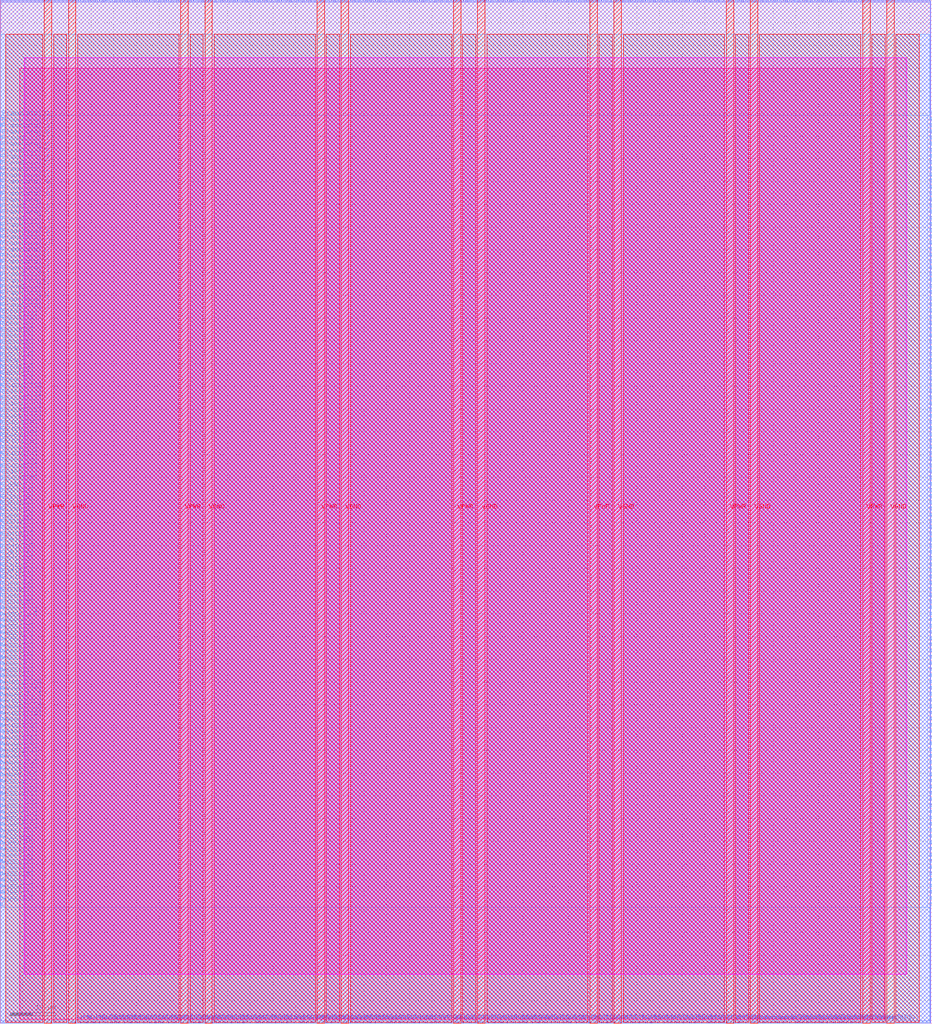
<source format=lef>
VERSION 5.7 ;
  NOWIREEXTENSIONATPIN ON ;
  DIVIDERCHAR "/" ;
  BUSBITCHARS "[]" ;
MACRO LUT4AB
  CLASS BLOCK ;
  FOREIGN LUT4AB ;
  ORIGIN 0.000 0.000 ;
  SIZE 205.000 BY 225.000 ;
  PIN Ci
    DIRECTION INPUT ;
    USE SIGNAL ;
    ANTENNAGATEAREA 0.990000 ;
    PORT
      LAYER met2 ;
        RECT 87.950 0.000 88.230 0.280 ;
    END
  END Ci
  PIN Co
    DIRECTION OUTPUT ;
    USE SIGNAL ;
    ANTENNADIFFAREA 1.782000 ;
    PORT
      LAYER met2 ;
        RECT 87.950 224.720 88.230 225.000 ;
    END
  END Co
  PIN E1BEG[0]
    DIRECTION OUTPUT ;
    USE SIGNAL ;
    ANTENNADIFFAREA 0.795200 ;
    PORT
      LAYER met3 ;
        RECT 204.400 91.160 205.000 91.760 ;
    END
  END E1BEG[0]
  PIN E1BEG[1]
    DIRECTION OUTPUT ;
    USE SIGNAL ;
    ANTENNADIFFAREA 0.891000 ;
    PORT
      LAYER met3 ;
        RECT 204.400 92.520 205.000 93.120 ;
    END
  END E1BEG[1]
  PIN E1BEG[2]
    DIRECTION OUTPUT ;
    USE SIGNAL ;
    ANTENNADIFFAREA 1.782000 ;
    PORT
      LAYER met3 ;
        RECT 204.400 93.880 205.000 94.480 ;
    END
  END E1BEG[2]
  PIN E1BEG[3]
    DIRECTION OUTPUT ;
    USE SIGNAL ;
    ANTENNADIFFAREA 0.891000 ;
    PORT
      LAYER met3 ;
        RECT 204.400 95.240 205.000 95.840 ;
    END
  END E1BEG[3]
  PIN E1END[0]
    DIRECTION INPUT ;
    USE SIGNAL ;
    ANTENNAGATEAREA 0.213000 ;
    PORT
      LAYER met3 ;
        RECT 0.000 91.160 0.600 91.760 ;
    END
  END E1END[0]
  PIN E1END[1]
    DIRECTION INPUT ;
    USE SIGNAL ;
    ANTENNAGATEAREA 0.159000 ;
    PORT
      LAYER met3 ;
        RECT 0.000 92.520 0.600 93.120 ;
    END
  END E1END[1]
  PIN E1END[2]
    DIRECTION INPUT ;
    USE SIGNAL ;
    ANTENNAGATEAREA 0.196500 ;
    PORT
      LAYER met3 ;
        RECT 0.000 93.880 0.600 94.480 ;
    END
  END E1END[2]
  PIN E1END[3]
    DIRECTION INPUT ;
    USE SIGNAL ;
    ANTENNAGATEAREA 0.126000 ;
    PORT
      LAYER met3 ;
        RECT 0.000 95.240 0.600 95.840 ;
    END
  END E1END[3]
  PIN E2BEG[0]
    DIRECTION OUTPUT ;
    USE SIGNAL ;
    ANTENNADIFFAREA 1.782000 ;
    PORT
      LAYER met3 ;
        RECT 204.400 96.600 205.000 97.200 ;
    END
  END E2BEG[0]
  PIN E2BEG[1]
    DIRECTION OUTPUT ;
    USE SIGNAL ;
    ANTENNADIFFAREA 0.891000 ;
    PORT
      LAYER met3 ;
        RECT 204.400 97.960 205.000 98.560 ;
    END
  END E2BEG[1]
  PIN E2BEG[2]
    DIRECTION OUTPUT ;
    USE SIGNAL ;
    ANTENNADIFFAREA 1.336500 ;
    PORT
      LAYER met3 ;
        RECT 204.400 99.320 205.000 99.920 ;
    END
  END E2BEG[2]
  PIN E2BEG[3]
    DIRECTION OUTPUT ;
    USE SIGNAL ;
    ANTENNADIFFAREA 0.445500 ;
    PORT
      LAYER met3 ;
        RECT 204.400 100.680 205.000 101.280 ;
    END
  END E2BEG[3]
  PIN E2BEG[4]
    DIRECTION OUTPUT ;
    USE SIGNAL ;
    ANTENNADIFFAREA 1.782000 ;
    PORT
      LAYER met3 ;
        RECT 204.400 102.040 205.000 102.640 ;
    END
  END E2BEG[4]
  PIN E2BEG[5]
    DIRECTION OUTPUT ;
    USE SIGNAL ;
    ANTENNADIFFAREA 1.336500 ;
    PORT
      LAYER met3 ;
        RECT 204.400 103.400 205.000 104.000 ;
    END
  END E2BEG[5]
  PIN E2BEG[6]
    DIRECTION OUTPUT ;
    USE SIGNAL ;
    ANTENNADIFFAREA 1.336500 ;
    PORT
      LAYER met3 ;
        RECT 204.400 104.760 205.000 105.360 ;
    END
  END E2BEG[6]
  PIN E2BEG[7]
    DIRECTION OUTPUT ;
    USE SIGNAL ;
    ANTENNADIFFAREA 1.336500 ;
    PORT
      LAYER met3 ;
        RECT 204.400 106.120 205.000 106.720 ;
    END
  END E2BEG[7]
  PIN E2BEGb[0]
    DIRECTION OUTPUT ;
    USE SIGNAL ;
    ANTENNADIFFAREA 0.445500 ;
    PORT
      LAYER met3 ;
        RECT 204.400 107.480 205.000 108.080 ;
    END
  END E2BEGb[0]
  PIN E2BEGb[1]
    DIRECTION OUTPUT ;
    USE SIGNAL ;
    ANTENNADIFFAREA 0.445500 ;
    PORT
      LAYER met3 ;
        RECT 204.400 108.840 205.000 109.440 ;
    END
  END E2BEGb[1]
  PIN E2BEGb[2]
    DIRECTION OUTPUT ;
    USE SIGNAL ;
    ANTENNADIFFAREA 0.445500 ;
    PORT
      LAYER met3 ;
        RECT 204.400 110.200 205.000 110.800 ;
    END
  END E2BEGb[2]
  PIN E2BEGb[3]
    DIRECTION OUTPUT ;
    USE SIGNAL ;
    ANTENNADIFFAREA 0.445500 ;
    PORT
      LAYER met3 ;
        RECT 204.400 111.560 205.000 112.160 ;
    END
  END E2BEGb[3]
  PIN E2BEGb[4]
    DIRECTION OUTPUT ;
    USE SIGNAL ;
    ANTENNADIFFAREA 0.445500 ;
    PORT
      LAYER met3 ;
        RECT 204.400 112.920 205.000 113.520 ;
    END
  END E2BEGb[4]
  PIN E2BEGb[5]
    DIRECTION OUTPUT ;
    USE SIGNAL ;
    ANTENNADIFFAREA 0.445500 ;
    PORT
      LAYER met3 ;
        RECT 204.400 114.280 205.000 114.880 ;
    END
  END E2BEGb[5]
  PIN E2BEGb[6]
    DIRECTION OUTPUT ;
    USE SIGNAL ;
    ANTENNADIFFAREA 0.445500 ;
    PORT
      LAYER met3 ;
        RECT 204.400 115.640 205.000 116.240 ;
    END
  END E2BEGb[6]
  PIN E2BEGb[7]
    DIRECTION OUTPUT ;
    USE SIGNAL ;
    ANTENNADIFFAREA 0.445500 ;
    PORT
      LAYER met3 ;
        RECT 204.400 117.000 205.000 117.600 ;
    END
  END E2BEGb[7]
  PIN E2END[0]
    DIRECTION INPUT ;
    USE SIGNAL ;
    ANTENNAGATEAREA 0.213000 ;
    PORT
      LAYER met3 ;
        RECT 0.000 107.480 0.600 108.080 ;
    END
  END E2END[0]
  PIN E2END[1]
    DIRECTION INPUT ;
    USE SIGNAL ;
    ANTENNAGATEAREA 0.196500 ;
    PORT
      LAYER met3 ;
        RECT 0.000 108.840 0.600 109.440 ;
    END
  END E2END[1]
  PIN E2END[2]
    DIRECTION INPUT ;
    USE SIGNAL ;
    ANTENNAGATEAREA 0.159000 ;
    PORT
      LAYER met3 ;
        RECT 0.000 110.200 0.600 110.800 ;
    END
  END E2END[2]
  PIN E2END[3]
    DIRECTION INPUT ;
    USE SIGNAL ;
    ANTENNAGATEAREA 0.213000 ;
    PORT
      LAYER met3 ;
        RECT 0.000 111.560 0.600 112.160 ;
    END
  END E2END[3]
  PIN E2END[4]
    DIRECTION INPUT ;
    USE SIGNAL ;
    ANTENNAGATEAREA 0.213000 ;
    PORT
      LAYER met3 ;
        RECT 0.000 112.920 0.600 113.520 ;
    END
  END E2END[4]
  PIN E2END[5]
    DIRECTION INPUT ;
    USE SIGNAL ;
    ANTENNAGATEAREA 0.196500 ;
    PORT
      LAYER met3 ;
        RECT 0.000 114.280 0.600 114.880 ;
    END
  END E2END[5]
  PIN E2END[6]
    DIRECTION INPUT ;
    USE SIGNAL ;
    ANTENNAGATEAREA 0.159000 ;
    PORT
      LAYER met3 ;
        RECT 0.000 115.640 0.600 116.240 ;
    END
  END E2END[6]
  PIN E2END[7]
    DIRECTION INPUT ;
    USE SIGNAL ;
    ANTENNAGATEAREA 0.213000 ;
    PORT
      LAYER met3 ;
        RECT 0.000 117.000 0.600 117.600 ;
    END
  END E2END[7]
  PIN E2MID[0]
    DIRECTION INPUT ;
    USE SIGNAL ;
    ANTENNAGATEAREA 0.213000 ;
    PORT
      LAYER met3 ;
        RECT 0.000 96.600 0.600 97.200 ;
    END
  END E2MID[0]
  PIN E2MID[1]
    DIRECTION INPUT ;
    USE SIGNAL ;
    ANTENNAGATEAREA 0.159000 ;
    PORT
      LAYER met3 ;
        RECT 0.000 97.960 0.600 98.560 ;
    END
  END E2MID[1]
  PIN E2MID[2]
    DIRECTION INPUT ;
    USE SIGNAL ;
    ANTENNAGATEAREA 0.213000 ;
    PORT
      LAYER met3 ;
        RECT 0.000 99.320 0.600 99.920 ;
    END
  END E2MID[2]
  PIN E2MID[3]
    DIRECTION INPUT ;
    USE SIGNAL ;
    ANTENNAGATEAREA 0.213000 ;
    PORT
      LAYER met3 ;
        RECT 0.000 100.680 0.600 101.280 ;
    END
  END E2MID[3]
  PIN E2MID[4]
    DIRECTION INPUT ;
    USE SIGNAL ;
    ANTENNAGATEAREA 0.213000 ;
    PORT
      LAYER met3 ;
        RECT 0.000 102.040 0.600 102.640 ;
    END
  END E2MID[4]
  PIN E2MID[5]
    DIRECTION INPUT ;
    USE SIGNAL ;
    ANTENNAGATEAREA 0.213000 ;
    PORT
      LAYER met3 ;
        RECT 0.000 103.400 0.600 104.000 ;
    END
  END E2MID[5]
  PIN E2MID[6]
    DIRECTION INPUT ;
    USE SIGNAL ;
    ANTENNAGATEAREA 0.213000 ;
    PORT
      LAYER met3 ;
        RECT 0.000 104.760 0.600 105.360 ;
    END
  END E2MID[6]
  PIN E2MID[7]
    DIRECTION INPUT ;
    USE SIGNAL ;
    ANTENNAGATEAREA 0.213000 ;
    PORT
      LAYER met3 ;
        RECT 0.000 106.120 0.600 106.720 ;
    END
  END E2MID[7]
  PIN E6BEG[0]
    DIRECTION OUTPUT ;
    USE SIGNAL ;
    ANTENNADIFFAREA 0.445500 ;
    PORT
      LAYER met3 ;
        RECT 204.400 140.120 205.000 140.720 ;
    END
  END E6BEG[0]
  PIN E6BEG[10]
    DIRECTION OUTPUT ;
    USE SIGNAL ;
    ANTENNADIFFAREA 1.336500 ;
    PORT
      LAYER met3 ;
        RECT 204.400 153.720 205.000 154.320 ;
    END
  END E6BEG[10]
  PIN E6BEG[11]
    DIRECTION OUTPUT ;
    USE SIGNAL ;
    ANTENNADIFFAREA 1.782000 ;
    PORT
      LAYER met3 ;
        RECT 204.400 155.080 205.000 155.680 ;
    END
  END E6BEG[11]
  PIN E6BEG[1]
    DIRECTION OUTPUT ;
    USE SIGNAL ;
    ANTENNADIFFAREA 0.445500 ;
    PORT
      LAYER met3 ;
        RECT 204.400 141.480 205.000 142.080 ;
    END
  END E6BEG[1]
  PIN E6BEG[2]
    DIRECTION OUTPUT ;
    USE SIGNAL ;
    ANTENNADIFFAREA 0.445500 ;
    PORT
      LAYER met3 ;
        RECT 204.400 142.840 205.000 143.440 ;
    END
  END E6BEG[2]
  PIN E6BEG[3]
    DIRECTION OUTPUT ;
    USE SIGNAL ;
    ANTENNADIFFAREA 0.445500 ;
    PORT
      LAYER met3 ;
        RECT 204.400 144.200 205.000 144.800 ;
    END
  END E6BEG[3]
  PIN E6BEG[4]
    DIRECTION OUTPUT ;
    USE SIGNAL ;
    ANTENNADIFFAREA 0.445500 ;
    PORT
      LAYER met3 ;
        RECT 204.400 145.560 205.000 146.160 ;
    END
  END E6BEG[4]
  PIN E6BEG[5]
    DIRECTION OUTPUT ;
    USE SIGNAL ;
    ANTENNADIFFAREA 0.445500 ;
    PORT
      LAYER met3 ;
        RECT 204.400 146.920 205.000 147.520 ;
    END
  END E6BEG[5]
  PIN E6BEG[6]
    DIRECTION OUTPUT ;
    USE SIGNAL ;
    ANTENNADIFFAREA 0.445500 ;
    PORT
      LAYER met3 ;
        RECT 204.400 148.280 205.000 148.880 ;
    END
  END E6BEG[6]
  PIN E6BEG[7]
    DIRECTION OUTPUT ;
    USE SIGNAL ;
    ANTENNADIFFAREA 0.445500 ;
    PORT
      LAYER met3 ;
        RECT 204.400 149.640 205.000 150.240 ;
    END
  END E6BEG[7]
  PIN E6BEG[8]
    DIRECTION OUTPUT ;
    USE SIGNAL ;
    ANTENNADIFFAREA 0.445500 ;
    PORT
      LAYER met3 ;
        RECT 204.400 151.000 205.000 151.600 ;
    END
  END E6BEG[8]
  PIN E6BEG[9]
    DIRECTION OUTPUT ;
    USE SIGNAL ;
    ANTENNADIFFAREA 0.445500 ;
    PORT
      LAYER met3 ;
        RECT 204.400 152.360 205.000 152.960 ;
    END
  END E6BEG[9]
  PIN E6END[0]
    DIRECTION INPUT ;
    USE SIGNAL ;
    ANTENNAGATEAREA 0.213000 ;
    PORT
      LAYER met3 ;
        RECT 0.000 140.120 0.600 140.720 ;
    END
  END E6END[0]
  PIN E6END[10]
    DIRECTION INPUT ;
    USE SIGNAL ;
    ANTENNAGATEAREA 0.196500 ;
    PORT
      LAYER met3 ;
        RECT 0.000 153.720 0.600 154.320 ;
    END
  END E6END[10]
  PIN E6END[11]
    DIRECTION INPUT ;
    USE SIGNAL ;
    ANTENNAGATEAREA 0.213000 ;
    PORT
      LAYER met3 ;
        RECT 0.000 155.080 0.600 155.680 ;
    END
  END E6END[11]
  PIN E6END[1]
    DIRECTION INPUT ;
    USE SIGNAL ;
    ANTENNAGATEAREA 0.126000 ;
    PORT
      LAYER met3 ;
        RECT 0.000 141.480 0.600 142.080 ;
    END
  END E6END[1]
  PIN E6END[2]
    DIRECTION INPUT ;
    USE SIGNAL ;
    ANTENNAGATEAREA 0.196500 ;
    PORT
      LAYER met3 ;
        RECT 0.000 142.840 0.600 143.440 ;
    END
  END E6END[2]
  PIN E6END[3]
    DIRECTION INPUT ;
    USE SIGNAL ;
    ANTENNAGATEAREA 0.196500 ;
    PORT
      LAYER met3 ;
        RECT 0.000 144.200 0.600 144.800 ;
    END
  END E6END[3]
  PIN E6END[4]
    DIRECTION INPUT ;
    USE SIGNAL ;
    ANTENNAGATEAREA 0.196500 ;
    PORT
      LAYER met3 ;
        RECT 0.000 145.560 0.600 146.160 ;
    END
  END E6END[4]
  PIN E6END[5]
    DIRECTION INPUT ;
    USE SIGNAL ;
    ANTENNAGATEAREA 0.196500 ;
    PORT
      LAYER met3 ;
        RECT 0.000 146.920 0.600 147.520 ;
    END
  END E6END[5]
  PIN E6END[6]
    DIRECTION INPUT ;
    USE SIGNAL ;
    ANTENNAGATEAREA 0.196500 ;
    PORT
      LAYER met3 ;
        RECT 0.000 148.280 0.600 148.880 ;
    END
  END E6END[6]
  PIN E6END[7]
    DIRECTION INPUT ;
    USE SIGNAL ;
    ANTENNAGATEAREA 0.196500 ;
    PORT
      LAYER met3 ;
        RECT 0.000 149.640 0.600 150.240 ;
    END
  END E6END[7]
  PIN E6END[8]
    DIRECTION INPUT ;
    USE SIGNAL ;
    ANTENNAGATEAREA 0.196500 ;
    PORT
      LAYER met3 ;
        RECT 0.000 151.000 0.600 151.600 ;
    END
  END E6END[8]
  PIN E6END[9]
    DIRECTION INPUT ;
    USE SIGNAL ;
    ANTENNAGATEAREA 0.196500 ;
    PORT
      LAYER met3 ;
        RECT 0.000 152.360 0.600 152.960 ;
    END
  END E6END[9]
  PIN EE4BEG[0]
    DIRECTION OUTPUT ;
    USE SIGNAL ;
    ANTENNADIFFAREA 0.445500 ;
    PORT
      LAYER met3 ;
        RECT 204.400 118.360 205.000 118.960 ;
    END
  END EE4BEG[0]
  PIN EE4BEG[10]
    DIRECTION OUTPUT ;
    USE SIGNAL ;
    ANTENNADIFFAREA 0.445500 ;
    PORT
      LAYER met3 ;
        RECT 204.400 131.960 205.000 132.560 ;
    END
  END EE4BEG[10]
  PIN EE4BEG[11]
    DIRECTION OUTPUT ;
    USE SIGNAL ;
    ANTENNADIFFAREA 0.445500 ;
    PORT
      LAYER met3 ;
        RECT 204.400 133.320 205.000 133.920 ;
    END
  END EE4BEG[11]
  PIN EE4BEG[12]
    DIRECTION OUTPUT ;
    USE SIGNAL ;
    ANTENNADIFFAREA 0.445500 ;
    PORT
      LAYER met3 ;
        RECT 204.400 134.680 205.000 135.280 ;
    END
  END EE4BEG[12]
  PIN EE4BEG[13]
    DIRECTION OUTPUT ;
    USE SIGNAL ;
    ANTENNADIFFAREA 1.336500 ;
    PORT
      LAYER met3 ;
        RECT 204.400 136.040 205.000 136.640 ;
    END
  END EE4BEG[13]
  PIN EE4BEG[14]
    DIRECTION OUTPUT ;
    USE SIGNAL ;
    ANTENNADIFFAREA 1.336500 ;
    PORT
      LAYER met3 ;
        RECT 204.400 137.400 205.000 138.000 ;
    END
  END EE4BEG[14]
  PIN EE4BEG[15]
    DIRECTION OUTPUT ;
    USE SIGNAL ;
    ANTENNADIFFAREA 1.782000 ;
    PORT
      LAYER met3 ;
        RECT 204.400 138.760 205.000 139.360 ;
    END
  END EE4BEG[15]
  PIN EE4BEG[1]
    DIRECTION OUTPUT ;
    USE SIGNAL ;
    ANTENNADIFFAREA 0.445500 ;
    PORT
      LAYER met3 ;
        RECT 204.400 119.720 205.000 120.320 ;
    END
  END EE4BEG[1]
  PIN EE4BEG[2]
    DIRECTION OUTPUT ;
    USE SIGNAL ;
    ANTENNADIFFAREA 0.445500 ;
    PORT
      LAYER met3 ;
        RECT 204.400 121.080 205.000 121.680 ;
    END
  END EE4BEG[2]
  PIN EE4BEG[3]
    DIRECTION OUTPUT ;
    USE SIGNAL ;
    ANTENNADIFFAREA 0.445500 ;
    PORT
      LAYER met3 ;
        RECT 204.400 122.440 205.000 123.040 ;
    END
  END EE4BEG[3]
  PIN EE4BEG[4]
    DIRECTION OUTPUT ;
    USE SIGNAL ;
    ANTENNADIFFAREA 0.445500 ;
    PORT
      LAYER met3 ;
        RECT 204.400 123.800 205.000 124.400 ;
    END
  END EE4BEG[4]
  PIN EE4BEG[5]
    DIRECTION OUTPUT ;
    USE SIGNAL ;
    ANTENNADIFFAREA 0.445500 ;
    PORT
      LAYER met3 ;
        RECT 204.400 125.160 205.000 125.760 ;
    END
  END EE4BEG[5]
  PIN EE4BEG[6]
    DIRECTION OUTPUT ;
    USE SIGNAL ;
    ANTENNADIFFAREA 0.445500 ;
    PORT
      LAYER met3 ;
        RECT 204.400 126.520 205.000 127.120 ;
    END
  END EE4BEG[6]
  PIN EE4BEG[7]
    DIRECTION OUTPUT ;
    USE SIGNAL ;
    ANTENNADIFFAREA 0.445500 ;
    PORT
      LAYER met3 ;
        RECT 204.400 127.880 205.000 128.480 ;
    END
  END EE4BEG[7]
  PIN EE4BEG[8]
    DIRECTION OUTPUT ;
    USE SIGNAL ;
    ANTENNADIFFAREA 0.445500 ;
    PORT
      LAYER met3 ;
        RECT 204.400 129.240 205.000 129.840 ;
    END
  END EE4BEG[8]
  PIN EE4BEG[9]
    DIRECTION OUTPUT ;
    USE SIGNAL ;
    ANTENNADIFFAREA 0.445500 ;
    PORT
      LAYER met3 ;
        RECT 204.400 130.600 205.000 131.200 ;
    END
  END EE4BEG[9]
  PIN EE4END[0]
    DIRECTION INPUT ;
    USE SIGNAL ;
    ANTENNAGATEAREA 0.213000 ;
    PORT
      LAYER met3 ;
        RECT 0.000 118.360 0.600 118.960 ;
    END
  END EE4END[0]
  PIN EE4END[10]
    DIRECTION INPUT ;
    USE SIGNAL ;
    ANTENNAGATEAREA 0.196500 ;
    PORT
      LAYER met3 ;
        RECT 0.000 131.960 0.600 132.560 ;
    END
  END EE4END[10]
  PIN EE4END[11]
    DIRECTION INPUT ;
    USE SIGNAL ;
    ANTENNAGATEAREA 0.196500 ;
    PORT
      LAYER met3 ;
        RECT 0.000 133.320 0.600 133.920 ;
    END
  END EE4END[11]
  PIN EE4END[12]
    DIRECTION INPUT ;
    USE SIGNAL ;
    ANTENNAGATEAREA 0.196500 ;
    PORT
      LAYER met3 ;
        RECT 0.000 134.680 0.600 135.280 ;
    END
  END EE4END[12]
  PIN EE4END[13]
    DIRECTION INPUT ;
    USE SIGNAL ;
    ANTENNAGATEAREA 0.196500 ;
    PORT
      LAYER met3 ;
        RECT 0.000 136.040 0.600 136.640 ;
    END
  END EE4END[13]
  PIN EE4END[14]
    DIRECTION INPUT ;
    USE SIGNAL ;
    ANTENNAGATEAREA 0.196500 ;
    PORT
      LAYER met3 ;
        RECT 0.000 137.400 0.600 138.000 ;
    END
  END EE4END[14]
  PIN EE4END[15]
    DIRECTION INPUT ;
    USE SIGNAL ;
    ANTENNAGATEAREA 0.196500 ;
    PORT
      LAYER met3 ;
        RECT 0.000 138.760 0.600 139.360 ;
    END
  END EE4END[15]
  PIN EE4END[1]
    DIRECTION INPUT ;
    USE SIGNAL ;
    ANTENNAGATEAREA 0.126000 ;
    PORT
      LAYER met3 ;
        RECT 0.000 119.720 0.600 120.320 ;
    END
  END EE4END[1]
  PIN EE4END[2]
    DIRECTION INPUT ;
    USE SIGNAL ;
    ANTENNAGATEAREA 0.213000 ;
    PORT
      LAYER met3 ;
        RECT 0.000 121.080 0.600 121.680 ;
    END
  END EE4END[2]
  PIN EE4END[3]
    DIRECTION INPUT ;
    USE SIGNAL ;
    ANTENNAGATEAREA 0.213000 ;
    PORT
      LAYER met3 ;
        RECT 0.000 122.440 0.600 123.040 ;
    END
  END EE4END[3]
  PIN EE4END[4]
    DIRECTION INPUT ;
    USE SIGNAL ;
    ANTENNAGATEAREA 0.196500 ;
    PORT
      LAYER met3 ;
        RECT 0.000 123.800 0.600 124.400 ;
    END
  END EE4END[4]
  PIN EE4END[5]
    DIRECTION INPUT ;
    USE SIGNAL ;
    ANTENNAGATEAREA 0.196500 ;
    PORT
      LAYER met3 ;
        RECT 0.000 125.160 0.600 125.760 ;
    END
  END EE4END[5]
  PIN EE4END[6]
    DIRECTION INPUT ;
    USE SIGNAL ;
    ANTENNAGATEAREA 0.196500 ;
    PORT
      LAYER met3 ;
        RECT 0.000 126.520 0.600 127.120 ;
    END
  END EE4END[6]
  PIN EE4END[7]
    DIRECTION INPUT ;
    USE SIGNAL ;
    ANTENNAGATEAREA 0.196500 ;
    PORT
      LAYER met3 ;
        RECT 0.000 127.880 0.600 128.480 ;
    END
  END EE4END[7]
  PIN EE4END[8]
    DIRECTION INPUT ;
    USE SIGNAL ;
    ANTENNAGATEAREA 0.196500 ;
    PORT
      LAYER met3 ;
        RECT 0.000 129.240 0.600 129.840 ;
    END
  END EE4END[8]
  PIN EE4END[9]
    DIRECTION INPUT ;
    USE SIGNAL ;
    ANTENNAGATEAREA 0.196500 ;
    PORT
      LAYER met3 ;
        RECT 0.000 130.600 0.600 131.200 ;
    END
  END EE4END[9]
  PIN FrameData[0]
    DIRECTION INPUT ;
    USE SIGNAL ;
    ANTENNAGATEAREA 0.196500 ;
    PORT
      LAYER met3 ;
        RECT 0.000 156.440 0.600 157.040 ;
    END
  END FrameData[0]
  PIN FrameData[10]
    DIRECTION INPUT ;
    USE SIGNAL ;
    ANTENNAGATEAREA 0.126000 ;
    PORT
      LAYER met3 ;
        RECT 0.000 170.040 0.600 170.640 ;
    END
  END FrameData[10]
  PIN FrameData[11]
    DIRECTION INPUT ;
    USE SIGNAL ;
    ANTENNAGATEAREA 0.196500 ;
    PORT
      LAYER met3 ;
        RECT 0.000 171.400 0.600 172.000 ;
    END
  END FrameData[11]
  PIN FrameData[12]
    DIRECTION INPUT ;
    USE SIGNAL ;
    ANTENNAGATEAREA 0.126000 ;
    PORT
      LAYER met3 ;
        RECT 0.000 172.760 0.600 173.360 ;
    END
  END FrameData[12]
  PIN FrameData[13]
    DIRECTION INPUT ;
    USE SIGNAL ;
    ANTENNAGATEAREA 0.126000 ;
    PORT
      LAYER met3 ;
        RECT 0.000 174.120 0.600 174.720 ;
    END
  END FrameData[13]
  PIN FrameData[14]
    DIRECTION INPUT ;
    USE SIGNAL ;
    ANTENNAGATEAREA 0.213000 ;
    PORT
      LAYER met3 ;
        RECT 0.000 175.480 0.600 176.080 ;
    END
  END FrameData[14]
  PIN FrameData[15]
    DIRECTION INPUT ;
    USE SIGNAL ;
    ANTENNAGATEAREA 0.213000 ;
    PORT
      LAYER met3 ;
        RECT 0.000 176.840 0.600 177.440 ;
    END
  END FrameData[15]
  PIN FrameData[16]
    DIRECTION INPUT ;
    USE SIGNAL ;
    ANTENNAGATEAREA 0.196500 ;
    PORT
      LAYER met3 ;
        RECT 0.000 178.200 0.600 178.800 ;
    END
  END FrameData[16]
  PIN FrameData[17]
    DIRECTION INPUT ;
    USE SIGNAL ;
    ANTENNAGATEAREA 0.460500 ;
    PORT
      LAYER met3 ;
        RECT 0.000 179.560 0.600 180.160 ;
    END
  END FrameData[17]
  PIN FrameData[18]
    DIRECTION INPUT ;
    USE SIGNAL ;
    ANTENNAGATEAREA 0.196500 ;
    PORT
      LAYER met3 ;
        RECT 0.000 180.920 0.600 181.520 ;
    END
  END FrameData[18]
  PIN FrameData[19]
    DIRECTION INPUT ;
    USE SIGNAL ;
    ANTENNAGATEAREA 0.126000 ;
    PORT
      LAYER met3 ;
        RECT 0.000 182.280 0.600 182.880 ;
    END
  END FrameData[19]
  PIN FrameData[1]
    DIRECTION INPUT ;
    USE SIGNAL ;
    ANTENNAGATEAREA 0.213000 ;
    PORT
      LAYER met3 ;
        RECT 0.000 157.800 0.600 158.400 ;
    END
  END FrameData[1]
  PIN FrameData[20]
    DIRECTION INPUT ;
    USE SIGNAL ;
    ANTENNAGATEAREA 0.196500 ;
    PORT
      LAYER met3 ;
        RECT 0.000 183.640 0.600 184.240 ;
    END
  END FrameData[20]
  PIN FrameData[21]
    DIRECTION INPUT ;
    USE SIGNAL ;
    ANTENNAGATEAREA 0.196500 ;
    PORT
      LAYER met3 ;
        RECT 0.000 185.000 0.600 185.600 ;
    END
  END FrameData[21]
  PIN FrameData[22]
    DIRECTION INPUT ;
    USE SIGNAL ;
    ANTENNAGATEAREA 0.460500 ;
    PORT
      LAYER met3 ;
        RECT 0.000 186.360 0.600 186.960 ;
    END
  END FrameData[22]
  PIN FrameData[23]
    DIRECTION INPUT ;
    USE SIGNAL ;
    ANTENNAGATEAREA 0.426000 ;
    PORT
      LAYER met3 ;
        RECT 0.000 187.720 0.600 188.320 ;
    END
  END FrameData[23]
  PIN FrameData[24]
    DIRECTION INPUT ;
    USE SIGNAL ;
    ANTENNAGATEAREA 0.213000 ;
    PORT
      LAYER met3 ;
        RECT 0.000 189.080 0.600 189.680 ;
    END
  END FrameData[24]
  PIN FrameData[25]
    DIRECTION INPUT ;
    USE SIGNAL ;
    ANTENNAGATEAREA 0.159000 ;
    PORT
      LAYER met3 ;
        RECT 0.000 190.440 0.600 191.040 ;
    END
  END FrameData[25]
  PIN FrameData[26]
    DIRECTION INPUT ;
    USE SIGNAL ;
    ANTENNAGATEAREA 0.159000 ;
    PORT
      LAYER met3 ;
        RECT 0.000 191.800 0.600 192.400 ;
    END
  END FrameData[26]
  PIN FrameData[27]
    DIRECTION INPUT ;
    USE SIGNAL ;
    ANTENNAGATEAREA 0.159000 ;
    PORT
      LAYER met3 ;
        RECT 0.000 193.160 0.600 193.760 ;
    END
  END FrameData[27]
  PIN FrameData[28]
    DIRECTION INPUT ;
    USE SIGNAL ;
    ANTENNAGATEAREA 0.213000 ;
    PORT
      LAYER met3 ;
        RECT 0.000 194.520 0.600 195.120 ;
    END
  END FrameData[28]
  PIN FrameData[29]
    DIRECTION INPUT ;
    USE SIGNAL ;
    ANTENNAGATEAREA 0.159000 ;
    PORT
      LAYER met3 ;
        RECT 0.000 195.880 0.600 196.480 ;
    END
  END FrameData[29]
  PIN FrameData[2]
    DIRECTION INPUT ;
    USE SIGNAL ;
    ANTENNAGATEAREA 0.213000 ;
    PORT
      LAYER met3 ;
        RECT 0.000 159.160 0.600 159.760 ;
    END
  END FrameData[2]
  PIN FrameData[30]
    DIRECTION INPUT ;
    USE SIGNAL ;
    ANTENNAGATEAREA 0.159000 ;
    PORT
      LAYER met3 ;
        RECT 0.000 197.240 0.600 197.840 ;
    END
  END FrameData[30]
  PIN FrameData[31]
    DIRECTION INPUT ;
    USE SIGNAL ;
    ANTENNAGATEAREA 0.159000 ;
    PORT
      LAYER met3 ;
        RECT 0.000 198.600 0.600 199.200 ;
    END
  END FrameData[31]
  PIN FrameData[3]
    DIRECTION INPUT ;
    USE SIGNAL ;
    ANTENNAGATEAREA 0.213000 ;
    PORT
      LAYER met3 ;
        RECT 0.000 160.520 0.600 161.120 ;
    END
  END FrameData[3]
  PIN FrameData[4]
    DIRECTION INPUT ;
    USE SIGNAL ;
    ANTENNAGATEAREA 0.213000 ;
    PORT
      LAYER met3 ;
        RECT 0.000 161.880 0.600 162.480 ;
    END
  END FrameData[4]
  PIN FrameData[5]
    DIRECTION INPUT ;
    USE SIGNAL ;
    ANTENNAGATEAREA 0.196500 ;
    PORT
      LAYER met3 ;
        RECT 0.000 163.240 0.600 163.840 ;
    END
  END FrameData[5]
  PIN FrameData[6]
    DIRECTION INPUT ;
    USE SIGNAL ;
    ANTENNAGATEAREA 0.460500 ;
    PORT
      LAYER met3 ;
        RECT 0.000 164.600 0.600 165.200 ;
    END
  END FrameData[6]
  PIN FrameData[7]
    DIRECTION INPUT ;
    USE SIGNAL ;
    ANTENNAGATEAREA 0.213000 ;
    PORT
      LAYER met3 ;
        RECT 0.000 165.960 0.600 166.560 ;
    END
  END FrameData[7]
  PIN FrameData[8]
    DIRECTION INPUT ;
    USE SIGNAL ;
    ANTENNAGATEAREA 0.495000 ;
    PORT
      LAYER met3 ;
        RECT 0.000 167.320 0.600 167.920 ;
    END
  END FrameData[8]
  PIN FrameData[9]
    DIRECTION INPUT ;
    USE SIGNAL ;
    ANTENNAGATEAREA 0.213000 ;
    PORT
      LAYER met3 ;
        RECT 0.000 168.680 0.600 169.280 ;
    END
  END FrameData[9]
  PIN FrameData_O[0]
    DIRECTION OUTPUT ;
    USE SIGNAL ;
    ANTENNADIFFAREA 0.445500 ;
    PORT
      LAYER met3 ;
        RECT 204.400 156.440 205.000 157.040 ;
    END
  END FrameData_O[0]
  PIN FrameData_O[10]
    DIRECTION OUTPUT ;
    USE SIGNAL ;
    ANTENNADIFFAREA 0.445500 ;
    PORT
      LAYER met3 ;
        RECT 204.400 170.040 205.000 170.640 ;
    END
  END FrameData_O[10]
  PIN FrameData_O[11]
    DIRECTION OUTPUT ;
    USE SIGNAL ;
    ANTENNADIFFAREA 0.445500 ;
    PORT
      LAYER met3 ;
        RECT 204.400 171.400 205.000 172.000 ;
    END
  END FrameData_O[11]
  PIN FrameData_O[12]
    DIRECTION OUTPUT ;
    USE SIGNAL ;
    ANTENNADIFFAREA 0.445500 ;
    PORT
      LAYER met3 ;
        RECT 204.400 172.760 205.000 173.360 ;
    END
  END FrameData_O[12]
  PIN FrameData_O[13]
    DIRECTION OUTPUT ;
    USE SIGNAL ;
    ANTENNADIFFAREA 0.445500 ;
    PORT
      LAYER met3 ;
        RECT 204.400 174.120 205.000 174.720 ;
    END
  END FrameData_O[13]
  PIN FrameData_O[14]
    DIRECTION OUTPUT ;
    USE SIGNAL ;
    ANTENNADIFFAREA 0.445500 ;
    PORT
      LAYER met3 ;
        RECT 204.400 175.480 205.000 176.080 ;
    END
  END FrameData_O[14]
  PIN FrameData_O[15]
    DIRECTION OUTPUT ;
    USE SIGNAL ;
    ANTENNADIFFAREA 0.445500 ;
    PORT
      LAYER met3 ;
        RECT 204.400 176.840 205.000 177.440 ;
    END
  END FrameData_O[15]
  PIN FrameData_O[16]
    DIRECTION OUTPUT ;
    USE SIGNAL ;
    ANTENNADIFFAREA 0.445500 ;
    PORT
      LAYER met3 ;
        RECT 204.400 178.200 205.000 178.800 ;
    END
  END FrameData_O[16]
  PIN FrameData_O[17]
    DIRECTION OUTPUT ;
    USE SIGNAL ;
    ANTENNADIFFAREA 0.445500 ;
    PORT
      LAYER met3 ;
        RECT 204.400 179.560 205.000 180.160 ;
    END
  END FrameData_O[17]
  PIN FrameData_O[18]
    DIRECTION OUTPUT ;
    USE SIGNAL ;
    ANTENNADIFFAREA 0.445500 ;
    PORT
      LAYER met3 ;
        RECT 204.400 180.920 205.000 181.520 ;
    END
  END FrameData_O[18]
  PIN FrameData_O[19]
    DIRECTION OUTPUT ;
    USE SIGNAL ;
    ANTENNADIFFAREA 0.445500 ;
    PORT
      LAYER met3 ;
        RECT 204.400 182.280 205.000 182.880 ;
    END
  END FrameData_O[19]
  PIN FrameData_O[1]
    DIRECTION OUTPUT ;
    USE SIGNAL ;
    ANTENNADIFFAREA 0.445500 ;
    PORT
      LAYER met3 ;
        RECT 204.400 157.800 205.000 158.400 ;
    END
  END FrameData_O[1]
  PIN FrameData_O[20]
    DIRECTION OUTPUT ;
    USE SIGNAL ;
    ANTENNADIFFAREA 0.445500 ;
    PORT
      LAYER met3 ;
        RECT 204.400 183.640 205.000 184.240 ;
    END
  END FrameData_O[20]
  PIN FrameData_O[21]
    DIRECTION OUTPUT ;
    USE SIGNAL ;
    ANTENNADIFFAREA 0.445500 ;
    PORT
      LAYER met3 ;
        RECT 204.400 185.000 205.000 185.600 ;
    END
  END FrameData_O[21]
  PIN FrameData_O[22]
    DIRECTION OUTPUT ;
    USE SIGNAL ;
    ANTENNADIFFAREA 0.445500 ;
    PORT
      LAYER met3 ;
        RECT 204.400 186.360 205.000 186.960 ;
    END
  END FrameData_O[22]
  PIN FrameData_O[23]
    DIRECTION OUTPUT ;
    USE SIGNAL ;
    ANTENNADIFFAREA 0.445500 ;
    PORT
      LAYER met3 ;
        RECT 204.400 187.720 205.000 188.320 ;
    END
  END FrameData_O[23]
  PIN FrameData_O[24]
    DIRECTION OUTPUT ;
    USE SIGNAL ;
    ANTENNADIFFAREA 0.445500 ;
    PORT
      LAYER met3 ;
        RECT 204.400 189.080 205.000 189.680 ;
    END
  END FrameData_O[24]
  PIN FrameData_O[25]
    DIRECTION OUTPUT ;
    USE SIGNAL ;
    ANTENNADIFFAREA 0.445500 ;
    PORT
      LAYER met3 ;
        RECT 204.400 190.440 205.000 191.040 ;
    END
  END FrameData_O[25]
  PIN FrameData_O[26]
    DIRECTION OUTPUT ;
    USE SIGNAL ;
    ANTENNADIFFAREA 0.445500 ;
    PORT
      LAYER met3 ;
        RECT 204.400 191.800 205.000 192.400 ;
    END
  END FrameData_O[26]
  PIN FrameData_O[27]
    DIRECTION OUTPUT ;
    USE SIGNAL ;
    ANTENNADIFFAREA 0.445500 ;
    PORT
      LAYER met3 ;
        RECT 204.400 193.160 205.000 193.760 ;
    END
  END FrameData_O[27]
  PIN FrameData_O[28]
    DIRECTION OUTPUT ;
    USE SIGNAL ;
    ANTENNADIFFAREA 0.445500 ;
    PORT
      LAYER met3 ;
        RECT 204.400 194.520 205.000 195.120 ;
    END
  END FrameData_O[28]
  PIN FrameData_O[29]
    DIRECTION OUTPUT ;
    USE SIGNAL ;
    ANTENNADIFFAREA 0.445500 ;
    PORT
      LAYER met3 ;
        RECT 204.400 195.880 205.000 196.480 ;
    END
  END FrameData_O[29]
  PIN FrameData_O[2]
    DIRECTION OUTPUT ;
    USE SIGNAL ;
    ANTENNADIFFAREA 0.445500 ;
    PORT
      LAYER met3 ;
        RECT 204.400 159.160 205.000 159.760 ;
    END
  END FrameData_O[2]
  PIN FrameData_O[30]
    DIRECTION OUTPUT ;
    USE SIGNAL ;
    ANTENNADIFFAREA 0.445500 ;
    PORT
      LAYER met3 ;
        RECT 204.400 197.240 205.000 197.840 ;
    END
  END FrameData_O[30]
  PIN FrameData_O[31]
    DIRECTION OUTPUT ;
    USE SIGNAL ;
    ANTENNADIFFAREA 0.445500 ;
    PORT
      LAYER met3 ;
        RECT 204.400 198.600 205.000 199.200 ;
    END
  END FrameData_O[31]
  PIN FrameData_O[3]
    DIRECTION OUTPUT ;
    USE SIGNAL ;
    ANTENNADIFFAREA 0.445500 ;
    PORT
      LAYER met3 ;
        RECT 204.400 160.520 205.000 161.120 ;
    END
  END FrameData_O[3]
  PIN FrameData_O[4]
    DIRECTION OUTPUT ;
    USE SIGNAL ;
    ANTENNADIFFAREA 0.445500 ;
    PORT
      LAYER met3 ;
        RECT 204.400 161.880 205.000 162.480 ;
    END
  END FrameData_O[4]
  PIN FrameData_O[5]
    DIRECTION OUTPUT ;
    USE SIGNAL ;
    ANTENNADIFFAREA 0.445500 ;
    PORT
      LAYER met3 ;
        RECT 204.400 163.240 205.000 163.840 ;
    END
  END FrameData_O[5]
  PIN FrameData_O[6]
    DIRECTION OUTPUT ;
    USE SIGNAL ;
    ANTENNADIFFAREA 0.445500 ;
    PORT
      LAYER met3 ;
        RECT 204.400 164.600 205.000 165.200 ;
    END
  END FrameData_O[6]
  PIN FrameData_O[7]
    DIRECTION OUTPUT ;
    USE SIGNAL ;
    ANTENNADIFFAREA 0.445500 ;
    PORT
      LAYER met3 ;
        RECT 204.400 165.960 205.000 166.560 ;
    END
  END FrameData_O[7]
  PIN FrameData_O[8]
    DIRECTION OUTPUT ;
    USE SIGNAL ;
    ANTENNADIFFAREA 0.445500 ;
    PORT
      LAYER met3 ;
        RECT 204.400 167.320 205.000 167.920 ;
    END
  END FrameData_O[8]
  PIN FrameData_O[9]
    DIRECTION OUTPUT ;
    USE SIGNAL ;
    ANTENNADIFFAREA 0.445500 ;
    PORT
      LAYER met3 ;
        RECT 204.400 168.680 205.000 169.280 ;
    END
  END FrameData_O[9]
  PIN FrameStrobe[0]
    DIRECTION INPUT ;
    USE SIGNAL ;
    ANTENNAGATEAREA 0.213000 ;
    PORT
      LAYER met2 ;
        RECT 162.470 0.000 162.750 0.280 ;
    END
  END FrameStrobe[0]
  PIN FrameStrobe[10]
    DIRECTION INPUT ;
    USE SIGNAL ;
    ANTENNAGATEAREA 0.213000 ;
    PORT
      LAYER met2 ;
        RECT 176.270 0.000 176.550 0.280 ;
    END
  END FrameStrobe[10]
  PIN FrameStrobe[11]
    DIRECTION INPUT ;
    USE SIGNAL ;
    ANTENNAGATEAREA 0.159000 ;
    PORT
      LAYER met2 ;
        RECT 177.650 0.000 177.930 0.280 ;
    END
  END FrameStrobe[11]
  PIN FrameStrobe[12]
    DIRECTION INPUT ;
    USE SIGNAL ;
    ANTENNAGATEAREA 0.568500 ;
    PORT
      LAYER met2 ;
        RECT 179.030 0.000 179.310 0.280 ;
    END
  END FrameStrobe[12]
  PIN FrameStrobe[13]
    DIRECTION INPUT ;
    USE SIGNAL ;
    ANTENNAGATEAREA 0.819000 ;
    PORT
      LAYER met2 ;
        RECT 180.410 0.000 180.690 0.280 ;
    END
  END FrameStrobe[13]
  PIN FrameStrobe[14]
    DIRECTION INPUT ;
    USE SIGNAL ;
    ANTENNAGATEAREA 0.798000 ;
    PORT
      LAYER met2 ;
        RECT 181.790 0.000 182.070 0.280 ;
    END
  END FrameStrobe[14]
  PIN FrameStrobe[15]
    DIRECTION INPUT ;
    USE SIGNAL ;
    ANTENNAGATEAREA 0.213000 ;
    PORT
      LAYER met2 ;
        RECT 183.170 0.000 183.450 0.280 ;
    END
  END FrameStrobe[15]
  PIN FrameStrobe[16]
    DIRECTION INPUT ;
    USE SIGNAL ;
    ANTENNAGATEAREA 0.552000 ;
    PORT
      LAYER met2 ;
        RECT 184.550 0.000 184.830 0.280 ;
    END
  END FrameStrobe[16]
  PIN FrameStrobe[17]
    DIRECTION INPUT ;
    USE SIGNAL ;
    ANTENNAGATEAREA 0.678000 ;
    PORT
      LAYER met2 ;
        RECT 185.930 0.000 186.210 0.280 ;
    END
  END FrameStrobe[17]
  PIN FrameStrobe[18]
    DIRECTION INPUT ;
    USE SIGNAL ;
    ANTENNAGATEAREA 0.126000 ;
    PORT
      LAYER met2 ;
        RECT 187.310 0.000 187.590 0.280 ;
    END
  END FrameStrobe[18]
  PIN FrameStrobe[19]
    DIRECTION INPUT ;
    USE SIGNAL ;
    ANTENNAGATEAREA 0.213000 ;
    PORT
      LAYER met2 ;
        RECT 188.690 0.000 188.970 0.280 ;
    END
  END FrameStrobe[19]
  PIN FrameStrobe[1]
    DIRECTION INPUT ;
    USE SIGNAL ;
    ANTENNAGATEAREA 0.213000 ;
    PORT
      LAYER met2 ;
        RECT 163.850 0.000 164.130 0.280 ;
    END
  END FrameStrobe[1]
  PIN FrameStrobe[2]
    DIRECTION INPUT ;
    USE SIGNAL ;
    ANTENNAGATEAREA 0.585000 ;
    PORT
      LAYER met2 ;
        RECT 165.230 0.000 165.510 0.280 ;
    END
  END FrameStrobe[2]
  PIN FrameStrobe[3]
    DIRECTION INPUT ;
    USE SIGNAL ;
    ANTENNAGATEAREA 0.657000 ;
    PORT
      LAYER met2 ;
        RECT 166.610 0.000 166.890 0.280 ;
    END
  END FrameStrobe[3]
  PIN FrameStrobe[4]
    DIRECTION INPUT ;
    USE SIGNAL ;
    ANTENNAGATEAREA 0.213000 ;
    PORT
      LAYER met2 ;
        RECT 167.990 0.000 168.270 0.280 ;
    END
  END FrameStrobe[4]
  PIN FrameStrobe[5]
    DIRECTION INPUT ;
    USE SIGNAL ;
    ANTENNAGATEAREA 0.213000 ;
    PORT
      LAYER met2 ;
        RECT 169.370 0.000 169.650 0.280 ;
    END
  END FrameStrobe[5]
  PIN FrameStrobe[6]
    DIRECTION INPUT ;
    USE SIGNAL ;
    ANTENNAGATEAREA 0.213000 ;
    PORT
      LAYER met2 ;
        RECT 170.750 0.000 171.030 0.280 ;
    END
  END FrameStrobe[6]
  PIN FrameStrobe[7]
    DIRECTION INPUT ;
    USE SIGNAL ;
    ANTENNAGATEAREA 0.213000 ;
    PORT
      LAYER met2 ;
        RECT 172.130 0.000 172.410 0.280 ;
    END
  END FrameStrobe[7]
  PIN FrameStrobe[8]
    DIRECTION INPUT ;
    USE SIGNAL ;
    ANTENNAGATEAREA 0.318000 ;
    PORT
      LAYER met2 ;
        RECT 173.510 0.000 173.790 0.280 ;
    END
  END FrameStrobe[8]
  PIN FrameStrobe[9]
    DIRECTION INPUT ;
    USE SIGNAL ;
    ANTENNAGATEAREA 0.213000 ;
    PORT
      LAYER met2 ;
        RECT 174.890 0.000 175.170 0.280 ;
    END
  END FrameStrobe[9]
  PIN FrameStrobe_O[0]
    DIRECTION OUTPUT ;
    USE SIGNAL ;
    ANTENNADIFFAREA 0.445500 ;
    PORT
      LAYER met2 ;
        RECT 162.470 224.720 162.750 225.000 ;
    END
  END FrameStrobe_O[0]
  PIN FrameStrobe_O[10]
    DIRECTION OUTPUT ;
    USE SIGNAL ;
    ANTENNADIFFAREA 0.445500 ;
    PORT
      LAYER met2 ;
        RECT 176.270 224.720 176.550 225.000 ;
    END
  END FrameStrobe_O[10]
  PIN FrameStrobe_O[11]
    DIRECTION OUTPUT ;
    USE SIGNAL ;
    ANTENNADIFFAREA 0.445500 ;
    PORT
      LAYER met2 ;
        RECT 177.650 224.720 177.930 225.000 ;
    END
  END FrameStrobe_O[11]
  PIN FrameStrobe_O[12]
    DIRECTION OUTPUT ;
    USE SIGNAL ;
    ANTENNADIFFAREA 0.445500 ;
    PORT
      LAYER met2 ;
        RECT 179.030 224.720 179.310 225.000 ;
    END
  END FrameStrobe_O[12]
  PIN FrameStrobe_O[13]
    DIRECTION OUTPUT ;
    USE SIGNAL ;
    ANTENNADIFFAREA 0.445500 ;
    PORT
      LAYER met2 ;
        RECT 180.410 224.720 180.690 225.000 ;
    END
  END FrameStrobe_O[13]
  PIN FrameStrobe_O[14]
    DIRECTION OUTPUT ;
    USE SIGNAL ;
    ANTENNADIFFAREA 0.445500 ;
    PORT
      LAYER met2 ;
        RECT 181.790 224.720 182.070 225.000 ;
    END
  END FrameStrobe_O[14]
  PIN FrameStrobe_O[15]
    DIRECTION OUTPUT ;
    USE SIGNAL ;
    ANTENNADIFFAREA 0.445500 ;
    PORT
      LAYER met2 ;
        RECT 183.170 224.720 183.450 225.000 ;
    END
  END FrameStrobe_O[15]
  PIN FrameStrobe_O[16]
    DIRECTION OUTPUT ;
    USE SIGNAL ;
    ANTENNADIFFAREA 0.445500 ;
    PORT
      LAYER met2 ;
        RECT 184.550 224.720 184.830 225.000 ;
    END
  END FrameStrobe_O[16]
  PIN FrameStrobe_O[17]
    DIRECTION OUTPUT ;
    USE SIGNAL ;
    ANTENNADIFFAREA 0.445500 ;
    PORT
      LAYER met2 ;
        RECT 185.930 224.720 186.210 225.000 ;
    END
  END FrameStrobe_O[17]
  PIN FrameStrobe_O[18]
    DIRECTION OUTPUT ;
    USE SIGNAL ;
    ANTENNADIFFAREA 0.445500 ;
    PORT
      LAYER met2 ;
        RECT 187.310 224.720 187.590 225.000 ;
    END
  END FrameStrobe_O[18]
  PIN FrameStrobe_O[19]
    DIRECTION OUTPUT ;
    USE SIGNAL ;
    ANTENNADIFFAREA 0.445500 ;
    PORT
      LAYER met2 ;
        RECT 188.690 224.720 188.970 225.000 ;
    END
  END FrameStrobe_O[19]
  PIN FrameStrobe_O[1]
    DIRECTION OUTPUT ;
    USE SIGNAL ;
    ANTENNADIFFAREA 0.445500 ;
    PORT
      LAYER met2 ;
        RECT 163.850 224.720 164.130 225.000 ;
    END
  END FrameStrobe_O[1]
  PIN FrameStrobe_O[2]
    DIRECTION OUTPUT ;
    USE SIGNAL ;
    ANTENNADIFFAREA 0.445500 ;
    PORT
      LAYER met2 ;
        RECT 165.230 224.720 165.510 225.000 ;
    END
  END FrameStrobe_O[2]
  PIN FrameStrobe_O[3]
    DIRECTION OUTPUT ;
    USE SIGNAL ;
    ANTENNADIFFAREA 0.445500 ;
    PORT
      LAYER met2 ;
        RECT 166.610 224.720 166.890 225.000 ;
    END
  END FrameStrobe_O[3]
  PIN FrameStrobe_O[4]
    DIRECTION OUTPUT ;
    USE SIGNAL ;
    ANTENNADIFFAREA 0.445500 ;
    PORT
      LAYER met2 ;
        RECT 167.990 224.720 168.270 225.000 ;
    END
  END FrameStrobe_O[4]
  PIN FrameStrobe_O[5]
    DIRECTION OUTPUT ;
    USE SIGNAL ;
    ANTENNADIFFAREA 0.445500 ;
    PORT
      LAYER met2 ;
        RECT 169.370 224.720 169.650 225.000 ;
    END
  END FrameStrobe_O[5]
  PIN FrameStrobe_O[6]
    DIRECTION OUTPUT ;
    USE SIGNAL ;
    ANTENNADIFFAREA 0.445500 ;
    PORT
      LAYER met2 ;
        RECT 170.750 224.720 171.030 225.000 ;
    END
  END FrameStrobe_O[6]
  PIN FrameStrobe_O[7]
    DIRECTION OUTPUT ;
    USE SIGNAL ;
    ANTENNADIFFAREA 0.445500 ;
    PORT
      LAYER met2 ;
        RECT 172.130 224.720 172.410 225.000 ;
    END
  END FrameStrobe_O[7]
  PIN FrameStrobe_O[8]
    DIRECTION OUTPUT ;
    USE SIGNAL ;
    ANTENNADIFFAREA 0.445500 ;
    PORT
      LAYER met2 ;
        RECT 173.510 224.720 173.790 225.000 ;
    END
  END FrameStrobe_O[8]
  PIN FrameStrobe_O[9]
    DIRECTION OUTPUT ;
    USE SIGNAL ;
    ANTENNADIFFAREA 0.445500 ;
    PORT
      LAYER met2 ;
        RECT 174.890 224.720 175.170 225.000 ;
    END
  END FrameStrobe_O[9]
  PIN N1BEG[0]
    DIRECTION OUTPUT ;
    USE SIGNAL ;
    ANTENNADIFFAREA 0.891000 ;
    PORT
      LAYER met2 ;
        RECT 16.190 224.720 16.470 225.000 ;
    END
  END N1BEG[0]
  PIN N1BEG[1]
    DIRECTION OUTPUT ;
    USE SIGNAL ;
    ANTENNADIFFAREA 0.891000 ;
    PORT
      LAYER met2 ;
        RECT 17.570 224.720 17.850 225.000 ;
    END
  END N1BEG[1]
  PIN N1BEG[2]
    DIRECTION OUTPUT ;
    USE SIGNAL ;
    ANTENNADIFFAREA 0.891000 ;
    PORT
      LAYER met2 ;
        RECT 18.950 224.720 19.230 225.000 ;
    END
  END N1BEG[2]
  PIN N1BEG[3]
    DIRECTION OUTPUT ;
    USE SIGNAL ;
    ANTENNADIFFAREA 1.782000 ;
    PORT
      LAYER met2 ;
        RECT 20.330 224.720 20.610 225.000 ;
    END
  END N1BEG[3]
  PIN N1END[0]
    DIRECTION INPUT ;
    USE SIGNAL ;
    ANTENNAGATEAREA 0.247500 ;
    PORT
      LAYER met2 ;
        RECT 16.190 0.000 16.470 0.280 ;
    END
  END N1END[0]
  PIN N1END[1]
    DIRECTION INPUT ;
    USE SIGNAL ;
    ANTENNAGATEAREA 0.213000 ;
    PORT
      LAYER met2 ;
        RECT 17.570 0.000 17.850 0.280 ;
    END
  END N1END[1]
  PIN N1END[2]
    DIRECTION INPUT ;
    USE SIGNAL ;
    ANTENNAGATEAREA 0.247500 ;
    PORT
      LAYER met2 ;
        RECT 18.950 0.000 19.230 0.280 ;
    END
  END N1END[2]
  PIN N1END[3]
    DIRECTION INPUT ;
    USE SIGNAL ;
    ANTENNAGATEAREA 0.247500 ;
    PORT
      LAYER met2 ;
        RECT 20.330 0.000 20.610 0.280 ;
    END
  END N1END[3]
  PIN N2BEG[0]
    DIRECTION OUTPUT ;
    USE SIGNAL ;
    ANTENNADIFFAREA 0.891000 ;
    PORT
      LAYER met2 ;
        RECT 21.710 224.720 21.990 225.000 ;
    END
  END N2BEG[0]
  PIN N2BEG[1]
    DIRECTION OUTPUT ;
    USE SIGNAL ;
    ANTENNADIFFAREA 1.336500 ;
    PORT
      LAYER met2 ;
        RECT 23.090 224.720 23.370 225.000 ;
    END
  END N2BEG[1]
  PIN N2BEG[2]
    DIRECTION OUTPUT ;
    USE SIGNAL ;
    ANTENNADIFFAREA 1.782000 ;
    PORT
      LAYER met2 ;
        RECT 24.470 224.720 24.750 225.000 ;
    END
  END N2BEG[2]
  PIN N2BEG[3]
    DIRECTION OUTPUT ;
    USE SIGNAL ;
    ANTENNADIFFAREA 1.336500 ;
    PORT
      LAYER met2 ;
        RECT 25.850 224.720 26.130 225.000 ;
    END
  END N2BEG[3]
  PIN N2BEG[4]
    DIRECTION OUTPUT ;
    USE SIGNAL ;
    ANTENNADIFFAREA 1.782000 ;
    PORT
      LAYER met2 ;
        RECT 27.230 224.720 27.510 225.000 ;
    END
  END N2BEG[4]
  PIN N2BEG[5]
    DIRECTION OUTPUT ;
    USE SIGNAL ;
    ANTENNADIFFAREA 1.336500 ;
    PORT
      LAYER met2 ;
        RECT 28.610 224.720 28.890 225.000 ;
    END
  END N2BEG[5]
  PIN N2BEG[6]
    DIRECTION OUTPUT ;
    USE SIGNAL ;
    ANTENNADIFFAREA 0.891000 ;
    PORT
      LAYER met2 ;
        RECT 29.990 224.720 30.270 225.000 ;
    END
  END N2BEG[6]
  PIN N2BEG[7]
    DIRECTION OUTPUT ;
    USE SIGNAL ;
    ANTENNADIFFAREA 1.336500 ;
    PORT
      LAYER met2 ;
        RECT 31.370 224.720 31.650 225.000 ;
    END
  END N2BEG[7]
  PIN N2BEGb[0]
    DIRECTION OUTPUT ;
    USE SIGNAL ;
    ANTENNADIFFAREA 0.445500 ;
    PORT
      LAYER met2 ;
        RECT 32.750 224.720 33.030 225.000 ;
    END
  END N2BEGb[0]
  PIN N2BEGb[1]
    DIRECTION OUTPUT ;
    USE SIGNAL ;
    ANTENNADIFFAREA 0.445500 ;
    PORT
      LAYER met2 ;
        RECT 34.130 224.720 34.410 225.000 ;
    END
  END N2BEGb[1]
  PIN N2BEGb[2]
    DIRECTION OUTPUT ;
    USE SIGNAL ;
    ANTENNADIFFAREA 0.445500 ;
    PORT
      LAYER met2 ;
        RECT 35.510 224.720 35.790 225.000 ;
    END
  END N2BEGb[2]
  PIN N2BEGb[3]
    DIRECTION OUTPUT ;
    USE SIGNAL ;
    ANTENNADIFFAREA 0.445500 ;
    PORT
      LAYER met2 ;
        RECT 36.890 224.720 37.170 225.000 ;
    END
  END N2BEGb[3]
  PIN N2BEGb[4]
    DIRECTION OUTPUT ;
    USE SIGNAL ;
    ANTENNADIFFAREA 0.445500 ;
    PORT
      LAYER met2 ;
        RECT 38.270 224.720 38.550 225.000 ;
    END
  END N2BEGb[4]
  PIN N2BEGb[5]
    DIRECTION OUTPUT ;
    USE SIGNAL ;
    ANTENNADIFFAREA 0.445500 ;
    PORT
      LAYER met2 ;
        RECT 39.650 224.720 39.930 225.000 ;
    END
  END N2BEGb[5]
  PIN N2BEGb[6]
    DIRECTION OUTPUT ;
    USE SIGNAL ;
    ANTENNADIFFAREA 0.445500 ;
    PORT
      LAYER met2 ;
        RECT 41.030 224.720 41.310 225.000 ;
    END
  END N2BEGb[6]
  PIN N2BEGb[7]
    DIRECTION OUTPUT ;
    USE SIGNAL ;
    ANTENNADIFFAREA 0.445500 ;
    PORT
      LAYER met2 ;
        RECT 42.410 224.720 42.690 225.000 ;
    END
  END N2BEGb[7]
  PIN N2END[0]
    DIRECTION INPUT ;
    USE SIGNAL ;
    ANTENNAGATEAREA 0.159000 ;
    PORT
      LAYER met2 ;
        RECT 32.750 0.000 33.030 0.280 ;
    END
  END N2END[0]
  PIN N2END[1]
    DIRECTION INPUT ;
    USE SIGNAL ;
    ANTENNAGATEAREA 0.126000 ;
    PORT
      LAYER met2 ;
        RECT 34.130 0.000 34.410 0.280 ;
    END
  END N2END[1]
  PIN N2END[2]
    DIRECTION INPUT ;
    USE SIGNAL ;
    ANTENNAGATEAREA 0.126000 ;
    PORT
      LAYER met2 ;
        RECT 35.510 0.000 35.790 0.280 ;
    END
  END N2END[2]
  PIN N2END[3]
    DIRECTION INPUT ;
    USE SIGNAL ;
    ANTENNAGATEAREA 0.159000 ;
    PORT
      LAYER met2 ;
        RECT 36.890 0.000 37.170 0.280 ;
    END
  END N2END[3]
  PIN N2END[4]
    DIRECTION INPUT ;
    USE SIGNAL ;
    ANTENNAGATEAREA 0.213000 ;
    PORT
      LAYER met2 ;
        RECT 38.270 0.000 38.550 0.280 ;
    END
  END N2END[4]
  PIN N2END[5]
    DIRECTION INPUT ;
    USE SIGNAL ;
    ANTENNAGATEAREA 0.213000 ;
    PORT
      LAYER met2 ;
        RECT 39.650 0.000 39.930 0.280 ;
    END
  END N2END[5]
  PIN N2END[6]
    DIRECTION INPUT ;
    USE SIGNAL ;
    ANTENNAGATEAREA 0.159000 ;
    PORT
      LAYER met2 ;
        RECT 41.030 0.000 41.310 0.280 ;
    END
  END N2END[6]
  PIN N2END[7]
    DIRECTION INPUT ;
    USE SIGNAL ;
    ANTENNAGATEAREA 0.159000 ;
    PORT
      LAYER met2 ;
        RECT 42.410 0.000 42.690 0.280 ;
    END
  END N2END[7]
  PIN N2MID[0]
    DIRECTION INPUT ;
    USE SIGNAL ;
    ANTENNAGATEAREA 0.126000 ;
    PORT
      LAYER met2 ;
        RECT 21.710 0.000 21.990 0.280 ;
    END
  END N2MID[0]
  PIN N2MID[1]
    DIRECTION INPUT ;
    USE SIGNAL ;
    ANTENNAGATEAREA 0.213000 ;
    PORT
      LAYER met2 ;
        RECT 23.090 0.000 23.370 0.280 ;
    END
  END N2MID[1]
  PIN N2MID[2]
    DIRECTION INPUT ;
    USE SIGNAL ;
    ANTENNAGATEAREA 0.159000 ;
    PORT
      LAYER met2 ;
        RECT 24.470 0.000 24.750 0.280 ;
    END
  END N2MID[2]
  PIN N2MID[3]
    DIRECTION INPUT ;
    USE SIGNAL ;
    ANTENNAGATEAREA 0.213000 ;
    PORT
      LAYER met2 ;
        RECT 25.850 0.000 26.130 0.280 ;
    END
  END N2MID[3]
  PIN N2MID[4]
    DIRECTION INPUT ;
    USE SIGNAL ;
    ANTENNAGATEAREA 0.213000 ;
    PORT
      LAYER met2 ;
        RECT 27.230 0.000 27.510 0.280 ;
    END
  END N2MID[4]
  PIN N2MID[5]
    DIRECTION INPUT ;
    USE SIGNAL ;
    ANTENNAGATEAREA 0.159000 ;
    PORT
      LAYER met2 ;
        RECT 28.610 0.000 28.890 0.280 ;
    END
  END N2MID[5]
  PIN N2MID[6]
    DIRECTION INPUT ;
    USE SIGNAL ;
    ANTENNAGATEAREA 0.159000 ;
    PORT
      LAYER met2 ;
        RECT 29.990 0.000 30.270 0.280 ;
    END
  END N2MID[6]
  PIN N2MID[7]
    DIRECTION INPUT ;
    USE SIGNAL ;
    ANTENNAGATEAREA 0.159000 ;
    PORT
      LAYER met2 ;
        RECT 31.370 0.000 31.650 0.280 ;
    END
  END N2MID[7]
  PIN N4BEG[0]
    DIRECTION OUTPUT ;
    USE SIGNAL ;
    ANTENNADIFFAREA 0.445500 ;
    PORT
      LAYER met2 ;
        RECT 43.790 224.720 44.070 225.000 ;
    END
  END N4BEG[0]
  PIN N4BEG[10]
    DIRECTION OUTPUT ;
    USE SIGNAL ;
    ANTENNADIFFAREA 0.445500 ;
    PORT
      LAYER met2 ;
        RECT 57.590 224.720 57.870 225.000 ;
    END
  END N4BEG[10]
  PIN N4BEG[11]
    DIRECTION OUTPUT ;
    USE SIGNAL ;
    ANTENNADIFFAREA 0.445500 ;
    PORT
      LAYER met2 ;
        RECT 58.970 224.720 59.250 225.000 ;
    END
  END N4BEG[11]
  PIN N4BEG[12]
    DIRECTION OUTPUT ;
    USE SIGNAL ;
    ANTENNADIFFAREA 0.891000 ;
    PORT
      LAYER met2 ;
        RECT 60.350 224.720 60.630 225.000 ;
    END
  END N4BEG[12]
  PIN N4BEG[13]
    DIRECTION OUTPUT ;
    USE SIGNAL ;
    ANTENNADIFFAREA 1.336500 ;
    PORT
      LAYER met2 ;
        RECT 61.730 224.720 62.010 225.000 ;
    END
  END N4BEG[13]
  PIN N4BEG[14]
    DIRECTION OUTPUT ;
    USE SIGNAL ;
    ANTENNADIFFAREA 1.336500 ;
    PORT
      LAYER met2 ;
        RECT 63.110 224.720 63.390 225.000 ;
    END
  END N4BEG[14]
  PIN N4BEG[15]
    DIRECTION OUTPUT ;
    USE SIGNAL ;
    ANTENNADIFFAREA 1.782000 ;
    PORT
      LAYER met2 ;
        RECT 64.490 224.720 64.770 225.000 ;
    END
  END N4BEG[15]
  PIN N4BEG[1]
    DIRECTION OUTPUT ;
    USE SIGNAL ;
    ANTENNADIFFAREA 0.445500 ;
    PORT
      LAYER met2 ;
        RECT 45.170 224.720 45.450 225.000 ;
    END
  END N4BEG[1]
  PIN N4BEG[2]
    DIRECTION OUTPUT ;
    USE SIGNAL ;
    ANTENNADIFFAREA 0.445500 ;
    PORT
      LAYER met2 ;
        RECT 46.550 224.720 46.830 225.000 ;
    END
  END N4BEG[2]
  PIN N4BEG[3]
    DIRECTION OUTPUT ;
    USE SIGNAL ;
    ANTENNADIFFAREA 0.445500 ;
    PORT
      LAYER met2 ;
        RECT 47.930 224.720 48.210 225.000 ;
    END
  END N4BEG[3]
  PIN N4BEG[4]
    DIRECTION OUTPUT ;
    USE SIGNAL ;
    ANTENNADIFFAREA 0.445500 ;
    PORT
      LAYER met2 ;
        RECT 49.310 224.720 49.590 225.000 ;
    END
  END N4BEG[4]
  PIN N4BEG[5]
    DIRECTION OUTPUT ;
    USE SIGNAL ;
    ANTENNADIFFAREA 0.445500 ;
    PORT
      LAYER met2 ;
        RECT 50.690 224.720 50.970 225.000 ;
    END
  END N4BEG[5]
  PIN N4BEG[6]
    DIRECTION OUTPUT ;
    USE SIGNAL ;
    ANTENNADIFFAREA 0.445500 ;
    PORT
      LAYER met2 ;
        RECT 52.070 224.720 52.350 225.000 ;
    END
  END N4BEG[6]
  PIN N4BEG[7]
    DIRECTION OUTPUT ;
    USE SIGNAL ;
    ANTENNADIFFAREA 0.445500 ;
    PORT
      LAYER met2 ;
        RECT 53.450 224.720 53.730 225.000 ;
    END
  END N4BEG[7]
  PIN N4BEG[8]
    DIRECTION OUTPUT ;
    USE SIGNAL ;
    ANTENNADIFFAREA 0.445500 ;
    PORT
      LAYER met2 ;
        RECT 54.830 224.720 55.110 225.000 ;
    END
  END N4BEG[8]
  PIN N4BEG[9]
    DIRECTION OUTPUT ;
    USE SIGNAL ;
    ANTENNADIFFAREA 0.445500 ;
    PORT
      LAYER met2 ;
        RECT 56.210 224.720 56.490 225.000 ;
    END
  END N4BEG[9]
  PIN N4END[0]
    DIRECTION INPUT ;
    USE SIGNAL ;
    ANTENNAGATEAREA 0.213000 ;
    PORT
      LAYER met2 ;
        RECT 43.790 0.000 44.070 0.280 ;
    END
  END N4END[0]
  PIN N4END[10]
    DIRECTION INPUT ;
    USE SIGNAL ;
    ANTENNAGATEAREA 0.196500 ;
    PORT
      LAYER met2 ;
        RECT 57.590 0.000 57.870 0.280 ;
    END
  END N4END[10]
  PIN N4END[11]
    DIRECTION INPUT ;
    USE SIGNAL ;
    ANTENNAGATEAREA 0.196500 ;
    PORT
      LAYER met2 ;
        RECT 58.970 0.000 59.250 0.280 ;
    END
  END N4END[11]
  PIN N4END[12]
    DIRECTION INPUT ;
    USE SIGNAL ;
    ANTENNAGATEAREA 0.196500 ;
    PORT
      LAYER met2 ;
        RECT 60.350 0.000 60.630 0.280 ;
    END
  END N4END[12]
  PIN N4END[13]
    DIRECTION INPUT ;
    USE SIGNAL ;
    ANTENNAGATEAREA 0.196500 ;
    PORT
      LAYER met2 ;
        RECT 61.730 0.000 62.010 0.280 ;
    END
  END N4END[13]
  PIN N4END[14]
    DIRECTION INPUT ;
    USE SIGNAL ;
    ANTENNAGATEAREA 0.196500 ;
    PORT
      LAYER met2 ;
        RECT 63.110 0.000 63.390 0.280 ;
    END
  END N4END[14]
  PIN N4END[15]
    DIRECTION INPUT ;
    USE SIGNAL ;
    ANTENNAGATEAREA 0.196500 ;
    PORT
      LAYER met2 ;
        RECT 64.490 0.000 64.770 0.280 ;
    END
  END N4END[15]
  PIN N4END[1]
    DIRECTION INPUT ;
    USE SIGNAL ;
    ANTENNAGATEAREA 0.213000 ;
    PORT
      LAYER met2 ;
        RECT 45.170 0.000 45.450 0.280 ;
    END
  END N4END[1]
  PIN N4END[2]
    DIRECTION INPUT ;
    USE SIGNAL ;
    ANTENNAGATEAREA 0.213000 ;
    PORT
      LAYER met2 ;
        RECT 46.550 0.000 46.830 0.280 ;
    END
  END N4END[2]
  PIN N4END[3]
    DIRECTION INPUT ;
    USE SIGNAL ;
    ANTENNAGATEAREA 0.213000 ;
    PORT
      LAYER met2 ;
        RECT 47.930 0.000 48.210 0.280 ;
    END
  END N4END[3]
  PIN N4END[4]
    DIRECTION INPUT ;
    USE SIGNAL ;
    ANTENNAGATEAREA 0.196500 ;
    PORT
      LAYER met2 ;
        RECT 49.310 0.000 49.590 0.280 ;
    END
  END N4END[4]
  PIN N4END[5]
    DIRECTION INPUT ;
    USE SIGNAL ;
    ANTENNAGATEAREA 0.196500 ;
    PORT
      LAYER met2 ;
        RECT 50.690 0.000 50.970 0.280 ;
    END
  END N4END[5]
  PIN N4END[6]
    DIRECTION INPUT ;
    USE SIGNAL ;
    ANTENNAGATEAREA 0.196500 ;
    PORT
      LAYER met2 ;
        RECT 52.070 0.000 52.350 0.280 ;
    END
  END N4END[6]
  PIN N4END[7]
    DIRECTION INPUT ;
    USE SIGNAL ;
    ANTENNAGATEAREA 0.196500 ;
    PORT
      LAYER met2 ;
        RECT 53.450 0.000 53.730 0.280 ;
    END
  END N4END[7]
  PIN N4END[8]
    DIRECTION INPUT ;
    USE SIGNAL ;
    ANTENNAGATEAREA 0.196500 ;
    PORT
      LAYER met2 ;
        RECT 54.830 0.000 55.110 0.280 ;
    END
  END N4END[8]
  PIN N4END[9]
    DIRECTION INPUT ;
    USE SIGNAL ;
    ANTENNAGATEAREA 0.196500 ;
    PORT
      LAYER met2 ;
        RECT 56.210 0.000 56.490 0.280 ;
    END
  END N4END[9]
  PIN NN4BEG[0]
    DIRECTION OUTPUT ;
    USE SIGNAL ;
    ANTENNADIFFAREA 0.445500 ;
    PORT
      LAYER met2 ;
        RECT 65.870 224.720 66.150 225.000 ;
    END
  END NN4BEG[0]
  PIN NN4BEG[10]
    DIRECTION OUTPUT ;
    USE SIGNAL ;
    ANTENNADIFFAREA 0.445500 ;
    PORT
      LAYER met2 ;
        RECT 79.670 224.720 79.950 225.000 ;
    END
  END NN4BEG[10]
  PIN NN4BEG[11]
    DIRECTION OUTPUT ;
    USE SIGNAL ;
    ANTENNADIFFAREA 0.445500 ;
    PORT
      LAYER met2 ;
        RECT 81.050 224.720 81.330 225.000 ;
    END
  END NN4BEG[11]
  PIN NN4BEG[12]
    DIRECTION OUTPUT ;
    USE SIGNAL ;
    ANTENNADIFFAREA 0.445500 ;
    PORT
      LAYER met2 ;
        RECT 82.430 224.720 82.710 225.000 ;
    END
  END NN4BEG[12]
  PIN NN4BEG[13]
    DIRECTION OUTPUT ;
    USE SIGNAL ;
    ANTENNADIFFAREA 1.336500 ;
    PORT
      LAYER met2 ;
        RECT 83.810 224.720 84.090 225.000 ;
    END
  END NN4BEG[13]
  PIN NN4BEG[14]
    DIRECTION OUTPUT ;
    USE SIGNAL ;
    ANTENNADIFFAREA 1.782000 ;
    PORT
      LAYER met2 ;
        RECT 85.190 224.720 85.470 225.000 ;
    END
  END NN4BEG[14]
  PIN NN4BEG[15]
    DIRECTION OUTPUT ;
    USE SIGNAL ;
    ANTENNADIFFAREA 1.782000 ;
    PORT
      LAYER met2 ;
        RECT 86.570 224.720 86.850 225.000 ;
    END
  END NN4BEG[15]
  PIN NN4BEG[1]
    DIRECTION OUTPUT ;
    USE SIGNAL ;
    ANTENNADIFFAREA 0.445500 ;
    PORT
      LAYER met2 ;
        RECT 67.250 224.720 67.530 225.000 ;
    END
  END NN4BEG[1]
  PIN NN4BEG[2]
    DIRECTION OUTPUT ;
    USE SIGNAL ;
    ANTENNADIFFAREA 0.445500 ;
    PORT
      LAYER met2 ;
        RECT 68.630 224.720 68.910 225.000 ;
    END
  END NN4BEG[2]
  PIN NN4BEG[3]
    DIRECTION OUTPUT ;
    USE SIGNAL ;
    ANTENNADIFFAREA 0.445500 ;
    PORT
      LAYER met2 ;
        RECT 70.010 224.720 70.290 225.000 ;
    END
  END NN4BEG[3]
  PIN NN4BEG[4]
    DIRECTION OUTPUT ;
    USE SIGNAL ;
    ANTENNADIFFAREA 0.445500 ;
    PORT
      LAYER met2 ;
        RECT 71.390 224.720 71.670 225.000 ;
    END
  END NN4BEG[4]
  PIN NN4BEG[5]
    DIRECTION OUTPUT ;
    USE SIGNAL ;
    ANTENNADIFFAREA 0.445500 ;
    PORT
      LAYER met2 ;
        RECT 72.770 224.720 73.050 225.000 ;
    END
  END NN4BEG[5]
  PIN NN4BEG[6]
    DIRECTION OUTPUT ;
    USE SIGNAL ;
    ANTENNADIFFAREA 0.445500 ;
    PORT
      LAYER met2 ;
        RECT 74.150 224.720 74.430 225.000 ;
    END
  END NN4BEG[6]
  PIN NN4BEG[7]
    DIRECTION OUTPUT ;
    USE SIGNAL ;
    ANTENNADIFFAREA 0.445500 ;
    PORT
      LAYER met2 ;
        RECT 75.530 224.720 75.810 225.000 ;
    END
  END NN4BEG[7]
  PIN NN4BEG[8]
    DIRECTION OUTPUT ;
    USE SIGNAL ;
    ANTENNADIFFAREA 0.445500 ;
    PORT
      LAYER met2 ;
        RECT 76.910 224.720 77.190 225.000 ;
    END
  END NN4BEG[8]
  PIN NN4BEG[9]
    DIRECTION OUTPUT ;
    USE SIGNAL ;
    ANTENNADIFFAREA 0.445500 ;
    PORT
      LAYER met2 ;
        RECT 78.290 224.720 78.570 225.000 ;
    END
  END NN4BEG[9]
  PIN NN4END[0]
    DIRECTION INPUT ;
    USE SIGNAL ;
    ANTENNAGATEAREA 0.126000 ;
    PORT
      LAYER met2 ;
        RECT 65.870 0.000 66.150 0.280 ;
    END
  END NN4END[0]
  PIN NN4END[10]
    DIRECTION INPUT ;
    USE SIGNAL ;
    ANTENNAGATEAREA 0.196500 ;
    PORT
      LAYER met2 ;
        RECT 79.670 0.000 79.950 0.280 ;
    END
  END NN4END[10]
  PIN NN4END[11]
    DIRECTION INPUT ;
    USE SIGNAL ;
    ANTENNAGATEAREA 0.196500 ;
    PORT
      LAYER met2 ;
        RECT 81.050 0.000 81.330 0.280 ;
    END
  END NN4END[11]
  PIN NN4END[12]
    DIRECTION INPUT ;
    USE SIGNAL ;
    ANTENNAGATEAREA 0.196500 ;
    PORT
      LAYER met2 ;
        RECT 82.430 0.000 82.710 0.280 ;
    END
  END NN4END[12]
  PIN NN4END[13]
    DIRECTION INPUT ;
    USE SIGNAL ;
    ANTENNAGATEAREA 0.196500 ;
    PORT
      LAYER met2 ;
        RECT 83.810 0.000 84.090 0.280 ;
    END
  END NN4END[13]
  PIN NN4END[14]
    DIRECTION INPUT ;
    USE SIGNAL ;
    ANTENNAGATEAREA 0.196500 ;
    PORT
      LAYER met2 ;
        RECT 85.190 0.000 85.470 0.280 ;
    END
  END NN4END[14]
  PIN NN4END[15]
    DIRECTION INPUT ;
    USE SIGNAL ;
    ANTENNAGATEAREA 0.196500 ;
    PORT
      LAYER met2 ;
        RECT 86.570 0.000 86.850 0.280 ;
    END
  END NN4END[15]
  PIN NN4END[1]
    DIRECTION INPUT ;
    USE SIGNAL ;
    ANTENNAGATEAREA 0.213000 ;
    PORT
      LAYER met2 ;
        RECT 67.250 0.000 67.530 0.280 ;
    END
  END NN4END[1]
  PIN NN4END[2]
    DIRECTION INPUT ;
    USE SIGNAL ;
    ANTENNAGATEAREA 0.126000 ;
    PORT
      LAYER met2 ;
        RECT 68.630 0.000 68.910 0.280 ;
    END
  END NN4END[2]
  PIN NN4END[3]
    DIRECTION INPUT ;
    USE SIGNAL ;
    ANTENNAGATEAREA 0.126000 ;
    PORT
      LAYER met2 ;
        RECT 70.010 0.000 70.290 0.280 ;
    END
  END NN4END[3]
  PIN NN4END[4]
    DIRECTION INPUT ;
    USE SIGNAL ;
    ANTENNAGATEAREA 0.196500 ;
    PORT
      LAYER met2 ;
        RECT 71.390 0.000 71.670 0.280 ;
    END
  END NN4END[4]
  PIN NN4END[5]
    DIRECTION INPUT ;
    USE SIGNAL ;
    ANTENNAGATEAREA 0.196500 ;
    PORT
      LAYER met2 ;
        RECT 72.770 0.000 73.050 0.280 ;
    END
  END NN4END[5]
  PIN NN4END[6]
    DIRECTION INPUT ;
    USE SIGNAL ;
    ANTENNAGATEAREA 0.196500 ;
    PORT
      LAYER met2 ;
        RECT 74.150 0.000 74.430 0.280 ;
    END
  END NN4END[6]
  PIN NN4END[7]
    DIRECTION INPUT ;
    USE SIGNAL ;
    ANTENNAGATEAREA 0.196500 ;
    PORT
      LAYER met2 ;
        RECT 75.530 0.000 75.810 0.280 ;
    END
  END NN4END[7]
  PIN NN4END[8]
    DIRECTION INPUT ;
    USE SIGNAL ;
    ANTENNAGATEAREA 0.196500 ;
    PORT
      LAYER met2 ;
        RECT 76.910 0.000 77.190 0.280 ;
    END
  END NN4END[8]
  PIN NN4END[9]
    DIRECTION INPUT ;
    USE SIGNAL ;
    ANTENNAGATEAREA 0.196500 ;
    PORT
      LAYER met2 ;
        RECT 78.290 0.000 78.570 0.280 ;
    END
  END NN4END[9]
  PIN S1BEG[0]
    DIRECTION OUTPUT ;
    USE SIGNAL ;
    ANTENNADIFFAREA 1.782000 ;
    PORT
      LAYER met2 ;
        RECT 89.330 0.000 89.610 0.280 ;
    END
  END S1BEG[0]
  PIN S1BEG[1]
    DIRECTION OUTPUT ;
    USE SIGNAL ;
    ANTENNADIFFAREA 0.891000 ;
    PORT
      LAYER met2 ;
        RECT 90.710 0.000 90.990 0.280 ;
    END
  END S1BEG[1]
  PIN S1BEG[2]
    DIRECTION OUTPUT ;
    USE SIGNAL ;
    ANTENNADIFFAREA 1.782000 ;
    PORT
      LAYER met2 ;
        RECT 92.090 0.000 92.370 0.280 ;
    END
  END S1BEG[2]
  PIN S1BEG[3]
    DIRECTION OUTPUT ;
    USE SIGNAL ;
    ANTENNADIFFAREA 1.782000 ;
    PORT
      LAYER met2 ;
        RECT 93.470 0.000 93.750 0.280 ;
    END
  END S1BEG[3]
  PIN S1END[0]
    DIRECTION INPUT ;
    USE SIGNAL ;
    ANTENNAGATEAREA 0.159000 ;
    PORT
      LAYER met2 ;
        RECT 89.330 224.720 89.610 225.000 ;
    END
  END S1END[0]
  PIN S1END[1]
    DIRECTION INPUT ;
    USE SIGNAL ;
    ANTENNAGATEAREA 0.159000 ;
    PORT
      LAYER met2 ;
        RECT 90.710 224.720 90.990 225.000 ;
    END
  END S1END[1]
  PIN S1END[2]
    DIRECTION INPUT ;
    USE SIGNAL ;
    ANTENNAGATEAREA 0.159000 ;
    PORT
      LAYER met2 ;
        RECT 92.090 224.720 92.370 225.000 ;
    END
  END S1END[2]
  PIN S1END[3]
    DIRECTION INPUT ;
    USE SIGNAL ;
    ANTENNAGATEAREA 0.159000 ;
    PORT
      LAYER met2 ;
        RECT 93.470 224.720 93.750 225.000 ;
    END
  END S1END[3]
  PIN S2BEG[0]
    DIRECTION OUTPUT ;
    USE SIGNAL ;
    ANTENNADIFFAREA 1.782000 ;
    PORT
      LAYER met2 ;
        RECT 94.850 0.000 95.130 0.280 ;
    END
  END S2BEG[0]
  PIN S2BEG[1]
    DIRECTION OUTPUT ;
    USE SIGNAL ;
    ANTENNADIFFAREA 1.336500 ;
    PORT
      LAYER met2 ;
        RECT 96.230 0.000 96.510 0.280 ;
    END
  END S2BEG[1]
  PIN S2BEG[2]
    DIRECTION OUTPUT ;
    USE SIGNAL ;
    ANTENNADIFFAREA 1.782000 ;
    PORT
      LAYER met2 ;
        RECT 97.610 0.000 97.890 0.280 ;
    END
  END S2BEG[2]
  PIN S2BEG[3]
    DIRECTION OUTPUT ;
    USE SIGNAL ;
    ANTENNADIFFAREA 1.336500 ;
    PORT
      LAYER met2 ;
        RECT 98.990 0.000 99.270 0.280 ;
    END
  END S2BEG[3]
  PIN S2BEG[4]
    DIRECTION OUTPUT ;
    USE SIGNAL ;
    ANTENNADIFFAREA 1.782000 ;
    PORT
      LAYER met2 ;
        RECT 100.370 0.000 100.650 0.280 ;
    END
  END S2BEG[4]
  PIN S2BEG[5]
    DIRECTION OUTPUT ;
    USE SIGNAL ;
    ANTENNADIFFAREA 1.336500 ;
    PORT
      LAYER met2 ;
        RECT 101.750 0.000 102.030 0.280 ;
    END
  END S2BEG[5]
  PIN S2BEG[6]
    DIRECTION OUTPUT ;
    USE SIGNAL ;
    ANTENNADIFFAREA 1.336500 ;
    PORT
      LAYER met2 ;
        RECT 103.130 0.000 103.410 0.280 ;
    END
  END S2BEG[6]
  PIN S2BEG[7]
    DIRECTION OUTPUT ;
    USE SIGNAL ;
    ANTENNADIFFAREA 1.336500 ;
    PORT
      LAYER met2 ;
        RECT 104.510 0.000 104.790 0.280 ;
    END
  END S2BEG[7]
  PIN S2BEGb[0]
    DIRECTION OUTPUT ;
    USE SIGNAL ;
    ANTENNADIFFAREA 0.445500 ;
    PORT
      LAYER met2 ;
        RECT 105.890 0.000 106.170 0.280 ;
    END
  END S2BEGb[0]
  PIN S2BEGb[1]
    DIRECTION OUTPUT ;
    USE SIGNAL ;
    ANTENNADIFFAREA 0.445500 ;
    PORT
      LAYER met2 ;
        RECT 107.270 0.000 107.550 0.280 ;
    END
  END S2BEGb[1]
  PIN S2BEGb[2]
    DIRECTION OUTPUT ;
    USE SIGNAL ;
    ANTENNADIFFAREA 0.445500 ;
    PORT
      LAYER met2 ;
        RECT 108.650 0.000 108.930 0.280 ;
    END
  END S2BEGb[2]
  PIN S2BEGb[3]
    DIRECTION OUTPUT ;
    USE SIGNAL ;
    ANTENNADIFFAREA 0.445500 ;
    PORT
      LAYER met2 ;
        RECT 110.030 0.000 110.310 0.280 ;
    END
  END S2BEGb[3]
  PIN S2BEGb[4]
    DIRECTION OUTPUT ;
    USE SIGNAL ;
    ANTENNADIFFAREA 0.445500 ;
    PORT
      LAYER met2 ;
        RECT 111.410 0.000 111.690 0.280 ;
    END
  END S2BEGb[4]
  PIN S2BEGb[5]
    DIRECTION OUTPUT ;
    USE SIGNAL ;
    ANTENNADIFFAREA 0.445500 ;
    PORT
      LAYER met2 ;
        RECT 112.790 0.000 113.070 0.280 ;
    END
  END S2BEGb[5]
  PIN S2BEGb[6]
    DIRECTION OUTPUT ;
    USE SIGNAL ;
    ANTENNADIFFAREA 0.445500 ;
    PORT
      LAYER met2 ;
        RECT 114.170 0.000 114.450 0.280 ;
    END
  END S2BEGb[6]
  PIN S2BEGb[7]
    DIRECTION OUTPUT ;
    USE SIGNAL ;
    ANTENNADIFFAREA 0.445500 ;
    PORT
      LAYER met2 ;
        RECT 115.550 0.000 115.830 0.280 ;
    END
  END S2BEGb[7]
  PIN S2END[0]
    DIRECTION INPUT ;
    USE SIGNAL ;
    ANTENNAGATEAREA 0.159000 ;
    PORT
      LAYER met2 ;
        RECT 105.890 224.720 106.170 225.000 ;
    END
  END S2END[0]
  PIN S2END[1]
    DIRECTION INPUT ;
    USE SIGNAL ;
    ANTENNAGATEAREA 0.213000 ;
    PORT
      LAYER met2 ;
        RECT 107.270 224.720 107.550 225.000 ;
    END
  END S2END[1]
  PIN S2END[2]
    DIRECTION INPUT ;
    USE SIGNAL ;
    ANTENNAGATEAREA 0.159000 ;
    PORT
      LAYER met2 ;
        RECT 108.650 224.720 108.930 225.000 ;
    END
  END S2END[2]
  PIN S2END[3]
    DIRECTION INPUT ;
    USE SIGNAL ;
    ANTENNAGATEAREA 0.213000 ;
    PORT
      LAYER met2 ;
        RECT 110.030 224.720 110.310 225.000 ;
    END
  END S2END[3]
  PIN S2END[4]
    DIRECTION INPUT ;
    USE SIGNAL ;
    ANTENNAGATEAREA 0.159000 ;
    PORT
      LAYER met2 ;
        RECT 111.410 224.720 111.690 225.000 ;
    END
  END S2END[4]
  PIN S2END[5]
    DIRECTION INPUT ;
    USE SIGNAL ;
    ANTENNAGATEAREA 0.213000 ;
    PORT
      LAYER met2 ;
        RECT 112.790 224.720 113.070 225.000 ;
    END
  END S2END[5]
  PIN S2END[6]
    DIRECTION INPUT ;
    USE SIGNAL ;
    ANTENNAGATEAREA 0.213000 ;
    PORT
      LAYER met2 ;
        RECT 114.170 224.720 114.450 225.000 ;
    END
  END S2END[6]
  PIN S2END[7]
    DIRECTION INPUT ;
    USE SIGNAL ;
    ANTENNAGATEAREA 0.213000 ;
    PORT
      LAYER met2 ;
        RECT 115.550 224.720 115.830 225.000 ;
    END
  END S2END[7]
  PIN S2MID[0]
    DIRECTION INPUT ;
    USE SIGNAL ;
    ANTENNAGATEAREA 0.213000 ;
    PORT
      LAYER met2 ;
        RECT 94.850 224.720 95.130 225.000 ;
    END
  END S2MID[0]
  PIN S2MID[1]
    DIRECTION INPUT ;
    USE SIGNAL ;
    ANTENNAGATEAREA 0.159000 ;
    PORT
      LAYER met2 ;
        RECT 96.230 224.720 96.510 225.000 ;
    END
  END S2MID[1]
  PIN S2MID[2]
    DIRECTION INPUT ;
    USE SIGNAL ;
    ANTENNAGATEAREA 0.213000 ;
    PORT
      LAYER met2 ;
        RECT 97.610 224.720 97.890 225.000 ;
    END
  END S2MID[2]
  PIN S2MID[3]
    DIRECTION INPUT ;
    USE SIGNAL ;
    ANTENNAGATEAREA 0.213000 ;
    PORT
      LAYER met2 ;
        RECT 98.990 224.720 99.270 225.000 ;
    END
  END S2MID[3]
  PIN S2MID[4]
    DIRECTION INPUT ;
    USE SIGNAL ;
    ANTENNAGATEAREA 0.126000 ;
    PORT
      LAYER met2 ;
        RECT 100.370 224.720 100.650 225.000 ;
    END
  END S2MID[4]
  PIN S2MID[5]
    DIRECTION INPUT ;
    USE SIGNAL ;
    ANTENNAGATEAREA 0.213000 ;
    PORT
      LAYER met2 ;
        RECT 101.750 224.720 102.030 225.000 ;
    END
  END S2MID[5]
  PIN S2MID[6]
    DIRECTION INPUT ;
    USE SIGNAL ;
    ANTENNAGATEAREA 0.126000 ;
    PORT
      LAYER met2 ;
        RECT 103.130 224.720 103.410 225.000 ;
    END
  END S2MID[6]
  PIN S2MID[7]
    DIRECTION INPUT ;
    USE SIGNAL ;
    ANTENNAGATEAREA 0.213000 ;
    PORT
      LAYER met2 ;
        RECT 104.510 224.720 104.790 225.000 ;
    END
  END S2MID[7]
  PIN S4BEG[0]
    DIRECTION OUTPUT ;
    USE SIGNAL ;
    ANTENNADIFFAREA 0.445500 ;
    PORT
      LAYER met2 ;
        RECT 116.930 0.000 117.210 0.280 ;
    END
  END S4BEG[0]
  PIN S4BEG[10]
    DIRECTION OUTPUT ;
    USE SIGNAL ;
    ANTENNADIFFAREA 0.445500 ;
    PORT
      LAYER met2 ;
        RECT 130.730 0.000 131.010 0.280 ;
    END
  END S4BEG[10]
  PIN S4BEG[11]
    DIRECTION OUTPUT ;
    USE SIGNAL ;
    ANTENNADIFFAREA 0.445500 ;
    PORT
      LAYER met2 ;
        RECT 132.110 0.000 132.390 0.280 ;
    END
  END S4BEG[11]
  PIN S4BEG[12]
    DIRECTION OUTPUT ;
    USE SIGNAL ;
    ANTENNADIFFAREA 1.336500 ;
    PORT
      LAYER met2 ;
        RECT 133.490 0.000 133.770 0.280 ;
    END
  END S4BEG[12]
  PIN S4BEG[13]
    DIRECTION OUTPUT ;
    USE SIGNAL ;
    ANTENNADIFFAREA 0.445500 ;
    PORT
      LAYER met2 ;
        RECT 134.870 0.000 135.150 0.280 ;
    END
  END S4BEG[13]
  PIN S4BEG[14]
    DIRECTION OUTPUT ;
    USE SIGNAL ;
    ANTENNADIFFAREA 0.891000 ;
    PORT
      LAYER met2 ;
        RECT 136.250 0.000 136.530 0.280 ;
    END
  END S4BEG[14]
  PIN S4BEG[15]
    DIRECTION OUTPUT ;
    USE SIGNAL ;
    ANTENNADIFFAREA 0.445500 ;
    PORT
      LAYER met2 ;
        RECT 137.630 0.000 137.910 0.280 ;
    END
  END S4BEG[15]
  PIN S4BEG[1]
    DIRECTION OUTPUT ;
    USE SIGNAL ;
    ANTENNADIFFAREA 0.445500 ;
    PORT
      LAYER met2 ;
        RECT 118.310 0.000 118.590 0.280 ;
    END
  END S4BEG[1]
  PIN S4BEG[2]
    DIRECTION OUTPUT ;
    USE SIGNAL ;
    ANTENNADIFFAREA 0.445500 ;
    PORT
      LAYER met2 ;
        RECT 119.690 0.000 119.970 0.280 ;
    END
  END S4BEG[2]
  PIN S4BEG[3]
    DIRECTION OUTPUT ;
    USE SIGNAL ;
    ANTENNADIFFAREA 0.445500 ;
    PORT
      LAYER met2 ;
        RECT 121.070 0.000 121.350 0.280 ;
    END
  END S4BEG[3]
  PIN S4BEG[4]
    DIRECTION OUTPUT ;
    USE SIGNAL ;
    ANTENNADIFFAREA 0.445500 ;
    PORT
      LAYER met2 ;
        RECT 122.450 0.000 122.730 0.280 ;
    END
  END S4BEG[4]
  PIN S4BEG[5]
    DIRECTION OUTPUT ;
    USE SIGNAL ;
    ANTENNADIFFAREA 0.445500 ;
    PORT
      LAYER met2 ;
        RECT 123.830 0.000 124.110 0.280 ;
    END
  END S4BEG[5]
  PIN S4BEG[6]
    DIRECTION OUTPUT ;
    USE SIGNAL ;
    ANTENNADIFFAREA 0.445500 ;
    PORT
      LAYER met2 ;
        RECT 125.210 0.000 125.490 0.280 ;
    END
  END S4BEG[6]
  PIN S4BEG[7]
    DIRECTION OUTPUT ;
    USE SIGNAL ;
    ANTENNADIFFAREA 0.445500 ;
    PORT
      LAYER met2 ;
        RECT 126.590 0.000 126.870 0.280 ;
    END
  END S4BEG[7]
  PIN S4BEG[8]
    DIRECTION OUTPUT ;
    USE SIGNAL ;
    ANTENNADIFFAREA 0.445500 ;
    PORT
      LAYER met2 ;
        RECT 127.970 0.000 128.250 0.280 ;
    END
  END S4BEG[8]
  PIN S4BEG[9]
    DIRECTION OUTPUT ;
    USE SIGNAL ;
    ANTENNADIFFAREA 0.445500 ;
    PORT
      LAYER met2 ;
        RECT 129.350 0.000 129.630 0.280 ;
    END
  END S4BEG[9]
  PIN S4END[0]
    DIRECTION INPUT ;
    USE SIGNAL ;
    ANTENNAGATEAREA 0.159000 ;
    PORT
      LAYER met2 ;
        RECT 116.930 224.720 117.210 225.000 ;
    END
  END S4END[0]
  PIN S4END[10]
    DIRECTION INPUT ;
    USE SIGNAL ;
    ANTENNAGATEAREA 0.213000 ;
    PORT
      LAYER met2 ;
        RECT 130.730 224.720 131.010 225.000 ;
    END
  END S4END[10]
  PIN S4END[11]
    DIRECTION INPUT ;
    USE SIGNAL ;
    ANTENNAGATEAREA 0.213000 ;
    PORT
      LAYER met2 ;
        RECT 132.110 224.720 132.390 225.000 ;
    END
  END S4END[11]
  PIN S4END[12]
    DIRECTION INPUT ;
    USE SIGNAL ;
    ANTENNAGATEAREA 0.213000 ;
    PORT
      LAYER met2 ;
        RECT 133.490 224.720 133.770 225.000 ;
    END
  END S4END[12]
  PIN S4END[13]
    DIRECTION INPUT ;
    USE SIGNAL ;
    ANTENNAGATEAREA 0.213000 ;
    PORT
      LAYER met2 ;
        RECT 134.870 224.720 135.150 225.000 ;
    END
  END S4END[13]
  PIN S4END[14]
    DIRECTION INPUT ;
    USE SIGNAL ;
    ANTENNAGATEAREA 0.213000 ;
    PORT
      LAYER met2 ;
        RECT 136.250 224.720 136.530 225.000 ;
    END
  END S4END[14]
  PIN S4END[15]
    DIRECTION INPUT ;
    USE SIGNAL ;
    ANTENNAGATEAREA 0.213000 ;
    PORT
      LAYER met2 ;
        RECT 137.630 224.720 137.910 225.000 ;
    END
  END S4END[15]
  PIN S4END[1]
    DIRECTION INPUT ;
    USE SIGNAL ;
    ANTENNAGATEAREA 0.159000 ;
    PORT
      LAYER met2 ;
        RECT 118.310 224.720 118.590 225.000 ;
    END
  END S4END[1]
  PIN S4END[2]
    DIRECTION INPUT ;
    USE SIGNAL ;
    ANTENNAGATEAREA 0.159000 ;
    PORT
      LAYER met2 ;
        RECT 119.690 224.720 119.970 225.000 ;
    END
  END S4END[2]
  PIN S4END[3]
    DIRECTION INPUT ;
    USE SIGNAL ;
    ANTENNAGATEAREA 0.213000 ;
    PORT
      LAYER met2 ;
        RECT 121.070 224.720 121.350 225.000 ;
    END
  END S4END[3]
  PIN S4END[4]
    DIRECTION INPUT ;
    USE SIGNAL ;
    ANTENNAGATEAREA 0.213000 ;
    PORT
      LAYER met2 ;
        RECT 122.450 224.720 122.730 225.000 ;
    END
  END S4END[4]
  PIN S4END[5]
    DIRECTION INPUT ;
    USE SIGNAL ;
    ANTENNAGATEAREA 0.213000 ;
    PORT
      LAYER met2 ;
        RECT 123.830 224.720 124.110 225.000 ;
    END
  END S4END[5]
  PIN S4END[6]
    DIRECTION INPUT ;
    USE SIGNAL ;
    ANTENNAGATEAREA 0.213000 ;
    PORT
      LAYER met2 ;
        RECT 125.210 224.720 125.490 225.000 ;
    END
  END S4END[6]
  PIN S4END[7]
    DIRECTION INPUT ;
    USE SIGNAL ;
    ANTENNAGATEAREA 0.213000 ;
    PORT
      LAYER met2 ;
        RECT 126.590 224.720 126.870 225.000 ;
    END
  END S4END[7]
  PIN S4END[8]
    DIRECTION INPUT ;
    USE SIGNAL ;
    ANTENNAGATEAREA 0.213000 ;
    PORT
      LAYER met2 ;
        RECT 127.970 224.720 128.250 225.000 ;
    END
  END S4END[8]
  PIN S4END[9]
    DIRECTION INPUT ;
    USE SIGNAL ;
    ANTENNAGATEAREA 0.213000 ;
    PORT
      LAYER met2 ;
        RECT 129.350 224.720 129.630 225.000 ;
    END
  END S4END[9]
  PIN SS4BEG[0]
    DIRECTION OUTPUT ;
    USE SIGNAL ;
    ANTENNADIFFAREA 0.445500 ;
    PORT
      LAYER met2 ;
        RECT 139.010 0.000 139.290 0.280 ;
    END
  END SS4BEG[0]
  PIN SS4BEG[10]
    DIRECTION OUTPUT ;
    USE SIGNAL ;
    ANTENNADIFFAREA 0.445500 ;
    PORT
      LAYER met2 ;
        RECT 152.810 0.000 153.090 0.280 ;
    END
  END SS4BEG[10]
  PIN SS4BEG[11]
    DIRECTION OUTPUT ;
    USE SIGNAL ;
    ANTENNADIFFAREA 0.445500 ;
    PORT
      LAYER met2 ;
        RECT 154.190 0.000 154.470 0.280 ;
    END
  END SS4BEG[11]
  PIN SS4BEG[12]
    DIRECTION OUTPUT ;
    USE SIGNAL ;
    ANTENNADIFFAREA 0.445500 ;
    PORT
      LAYER met2 ;
        RECT 155.570 0.000 155.850 0.280 ;
    END
  END SS4BEG[12]
  PIN SS4BEG[13]
    DIRECTION OUTPUT ;
    USE SIGNAL ;
    ANTENNADIFFAREA 1.336500 ;
    PORT
      LAYER met2 ;
        RECT 156.950 0.000 157.230 0.280 ;
    END
  END SS4BEG[13]
  PIN SS4BEG[14]
    DIRECTION OUTPUT ;
    USE SIGNAL ;
    ANTENNADIFFAREA 0.891000 ;
    PORT
      LAYER met2 ;
        RECT 158.330 0.000 158.610 0.280 ;
    END
  END SS4BEG[14]
  PIN SS4BEG[15]
    DIRECTION OUTPUT ;
    USE SIGNAL ;
    ANTENNADIFFAREA 0.891000 ;
    PORT
      LAYER met2 ;
        RECT 159.710 0.000 159.990 0.280 ;
    END
  END SS4BEG[15]
  PIN SS4BEG[1]
    DIRECTION OUTPUT ;
    USE SIGNAL ;
    ANTENNADIFFAREA 0.445500 ;
    PORT
      LAYER met2 ;
        RECT 140.390 0.000 140.670 0.280 ;
    END
  END SS4BEG[1]
  PIN SS4BEG[2]
    DIRECTION OUTPUT ;
    USE SIGNAL ;
    ANTENNADIFFAREA 0.445500 ;
    PORT
      LAYER met2 ;
        RECT 141.770 0.000 142.050 0.280 ;
    END
  END SS4BEG[2]
  PIN SS4BEG[3]
    DIRECTION OUTPUT ;
    USE SIGNAL ;
    ANTENNADIFFAREA 0.445500 ;
    PORT
      LAYER met2 ;
        RECT 143.150 0.000 143.430 0.280 ;
    END
  END SS4BEG[3]
  PIN SS4BEG[4]
    DIRECTION OUTPUT ;
    USE SIGNAL ;
    ANTENNADIFFAREA 0.445500 ;
    PORT
      LAYER met2 ;
        RECT 144.530 0.000 144.810 0.280 ;
    END
  END SS4BEG[4]
  PIN SS4BEG[5]
    DIRECTION OUTPUT ;
    USE SIGNAL ;
    ANTENNADIFFAREA 0.445500 ;
    PORT
      LAYER met2 ;
        RECT 145.910 0.000 146.190 0.280 ;
    END
  END SS4BEG[5]
  PIN SS4BEG[6]
    DIRECTION OUTPUT ;
    USE SIGNAL ;
    ANTENNADIFFAREA 0.445500 ;
    PORT
      LAYER met2 ;
        RECT 147.290 0.000 147.570 0.280 ;
    END
  END SS4BEG[6]
  PIN SS4BEG[7]
    DIRECTION OUTPUT ;
    USE SIGNAL ;
    ANTENNADIFFAREA 0.445500 ;
    PORT
      LAYER met2 ;
        RECT 148.670 0.000 148.950 0.280 ;
    END
  END SS4BEG[7]
  PIN SS4BEG[8]
    DIRECTION OUTPUT ;
    USE SIGNAL ;
    ANTENNADIFFAREA 0.445500 ;
    PORT
      LAYER met2 ;
        RECT 150.050 0.000 150.330 0.280 ;
    END
  END SS4BEG[8]
  PIN SS4BEG[9]
    DIRECTION OUTPUT ;
    USE SIGNAL ;
    ANTENNADIFFAREA 0.445500 ;
    PORT
      LAYER met2 ;
        RECT 151.430 0.000 151.710 0.280 ;
    END
  END SS4BEG[9]
  PIN SS4END[0]
    DIRECTION INPUT ;
    USE SIGNAL ;
    ANTENNAGATEAREA 0.213000 ;
    PORT
      LAYER met2 ;
        RECT 139.010 224.720 139.290 225.000 ;
    END
  END SS4END[0]
  PIN SS4END[10]
    DIRECTION INPUT ;
    USE SIGNAL ;
    ANTENNAGATEAREA 0.213000 ;
    PORT
      LAYER met2 ;
        RECT 152.810 224.720 153.090 225.000 ;
    END
  END SS4END[10]
  PIN SS4END[11]
    DIRECTION INPUT ;
    USE SIGNAL ;
    ANTENNAGATEAREA 0.213000 ;
    PORT
      LAYER met2 ;
        RECT 154.190 224.720 154.470 225.000 ;
    END
  END SS4END[11]
  PIN SS4END[12]
    DIRECTION INPUT ;
    USE SIGNAL ;
    ANTENNAGATEAREA 0.213000 ;
    PORT
      LAYER met2 ;
        RECT 155.570 224.720 155.850 225.000 ;
    END
  END SS4END[12]
  PIN SS4END[13]
    DIRECTION INPUT ;
    USE SIGNAL ;
    ANTENNAGATEAREA 0.213000 ;
    PORT
      LAYER met2 ;
        RECT 156.950 224.720 157.230 225.000 ;
    END
  END SS4END[13]
  PIN SS4END[14]
    DIRECTION INPUT ;
    USE SIGNAL ;
    ANTENNAGATEAREA 0.213000 ;
    PORT
      LAYER met2 ;
        RECT 158.330 224.720 158.610 225.000 ;
    END
  END SS4END[14]
  PIN SS4END[15]
    DIRECTION INPUT ;
    USE SIGNAL ;
    ANTENNAGATEAREA 0.213000 ;
    PORT
      LAYER met2 ;
        RECT 159.710 224.720 159.990 225.000 ;
    END
  END SS4END[15]
  PIN SS4END[1]
    DIRECTION INPUT ;
    USE SIGNAL ;
    ANTENNAGATEAREA 0.159000 ;
    PORT
      LAYER met2 ;
        RECT 140.390 224.720 140.670 225.000 ;
    END
  END SS4END[1]
  PIN SS4END[2]
    DIRECTION INPUT ;
    USE SIGNAL ;
    ANTENNAGATEAREA 0.213000 ;
    PORT
      LAYER met2 ;
        RECT 141.770 224.720 142.050 225.000 ;
    END
  END SS4END[2]
  PIN SS4END[3]
    DIRECTION INPUT ;
    USE SIGNAL ;
    ANTENNAGATEAREA 0.213000 ;
    PORT
      LAYER met2 ;
        RECT 143.150 224.720 143.430 225.000 ;
    END
  END SS4END[3]
  PIN SS4END[4]
    DIRECTION INPUT ;
    USE SIGNAL ;
    ANTENNAGATEAREA 0.213000 ;
    PORT
      LAYER met2 ;
        RECT 144.530 224.720 144.810 225.000 ;
    END
  END SS4END[4]
  PIN SS4END[5]
    DIRECTION INPUT ;
    USE SIGNAL ;
    ANTENNAGATEAREA 0.213000 ;
    PORT
      LAYER met2 ;
        RECT 145.910 224.720 146.190 225.000 ;
    END
  END SS4END[5]
  PIN SS4END[6]
    DIRECTION INPUT ;
    USE SIGNAL ;
    ANTENNAGATEAREA 0.213000 ;
    PORT
      LAYER met2 ;
        RECT 147.290 224.720 147.570 225.000 ;
    END
  END SS4END[6]
  PIN SS4END[7]
    DIRECTION INPUT ;
    USE SIGNAL ;
    ANTENNAGATEAREA 0.213000 ;
    PORT
      LAYER met2 ;
        RECT 148.670 224.720 148.950 225.000 ;
    END
  END SS4END[7]
  PIN SS4END[8]
    DIRECTION INPUT ;
    USE SIGNAL ;
    ANTENNAGATEAREA 0.213000 ;
    PORT
      LAYER met2 ;
        RECT 150.050 224.720 150.330 225.000 ;
    END
  END SS4END[8]
  PIN SS4END[9]
    DIRECTION INPUT ;
    USE SIGNAL ;
    ANTENNAGATEAREA 0.213000 ;
    PORT
      LAYER met2 ;
        RECT 151.430 224.720 151.710 225.000 ;
    END
  END SS4END[9]
  PIN UserCLK
    DIRECTION INPUT ;
    USE SIGNAL ;
    ANTENNAGATEAREA 1.704000 ;
    PORT
      LAYER met2 ;
        RECT 161.090 0.000 161.370 0.280 ;
    END
  END UserCLK
  PIN UserCLKo
    DIRECTION OUTPUT ;
    USE SIGNAL ;
    ANTENNADIFFAREA 0.340600 ;
    PORT
      LAYER met2 ;
        RECT 161.090 224.720 161.370 225.000 ;
    END
  END UserCLKo
  PIN VGND
    DIRECTION INOUT ;
    USE GROUND ;
    PORT
      LAYER met4 ;
        RECT 15.020 0.000 16.620 225.000 ;
    END
    PORT
      LAYER met4 ;
        RECT 45.020 0.000 46.620 225.000 ;
    END
    PORT
      LAYER met4 ;
        RECT 75.020 0.000 76.620 225.000 ;
    END
    PORT
      LAYER met4 ;
        RECT 105.020 0.000 106.620 225.000 ;
    END
    PORT
      LAYER met4 ;
        RECT 135.020 0.000 136.620 225.000 ;
    END
    PORT
      LAYER met4 ;
        RECT 165.020 0.000 166.620 225.000 ;
    END
    PORT
      LAYER met4 ;
        RECT 195.020 0.000 196.620 225.000 ;
    END
  END VGND
  PIN VPWR
    DIRECTION INOUT ;
    USE POWER ;
    PORT
      LAYER met4 ;
        RECT 9.720 0.000 11.320 225.000 ;
    END
    PORT
      LAYER met4 ;
        RECT 39.720 0.000 41.320 225.000 ;
    END
    PORT
      LAYER met4 ;
        RECT 69.720 0.000 71.320 225.000 ;
    END
    PORT
      LAYER met4 ;
        RECT 99.720 0.000 101.320 225.000 ;
    END
    PORT
      LAYER met4 ;
        RECT 129.720 0.000 131.320 225.000 ;
    END
    PORT
      LAYER met4 ;
        RECT 159.720 0.000 161.320 225.000 ;
    END
    PORT
      LAYER met4 ;
        RECT 189.720 0.000 191.320 225.000 ;
    END
  END VPWR
  PIN W1BEG[0]
    DIRECTION OUTPUT ;
    USE SIGNAL ;
    ANTENNADIFFAREA 0.795200 ;
    PORT
      LAYER met3 ;
        RECT 0.000 25.880 0.600 26.480 ;
    END
  END W1BEG[0]
  PIN W1BEG[1]
    DIRECTION OUTPUT ;
    USE SIGNAL ;
    ANTENNADIFFAREA 0.891000 ;
    PORT
      LAYER met3 ;
        RECT 0.000 27.240 0.600 27.840 ;
    END
  END W1BEG[1]
  PIN W1BEG[2]
    DIRECTION OUTPUT ;
    USE SIGNAL ;
    ANTENNADIFFAREA 1.782000 ;
    PORT
      LAYER met3 ;
        RECT 0.000 28.600 0.600 29.200 ;
    END
  END W1BEG[2]
  PIN W1BEG[3]
    DIRECTION OUTPUT ;
    USE SIGNAL ;
    ANTENNADIFFAREA 1.782000 ;
    PORT
      LAYER met3 ;
        RECT 0.000 29.960 0.600 30.560 ;
    END
  END W1BEG[3]
  PIN W1END[0]
    DIRECTION INPUT ;
    USE SIGNAL ;
    ANTENNAGATEAREA 0.213000 ;
    PORT
      LAYER met3 ;
        RECT 204.400 25.880 205.000 26.480 ;
    END
  END W1END[0]
  PIN W1END[1]
    DIRECTION INPUT ;
    USE SIGNAL ;
    ANTENNAGATEAREA 0.213000 ;
    PORT
      LAYER met3 ;
        RECT 204.400 27.240 205.000 27.840 ;
    END
  END W1END[1]
  PIN W1END[2]
    DIRECTION INPUT ;
    USE SIGNAL ;
    ANTENNAGATEAREA 0.159000 ;
    PORT
      LAYER met3 ;
        RECT 204.400 28.600 205.000 29.200 ;
    END
  END W1END[2]
  PIN W1END[3]
    DIRECTION INPUT ;
    USE SIGNAL ;
    ANTENNAGATEAREA 0.213000 ;
    PORT
      LAYER met3 ;
        RECT 204.400 29.960 205.000 30.560 ;
    END
  END W1END[3]
  PIN W2BEG[0]
    DIRECTION OUTPUT ;
    USE SIGNAL ;
    ANTENNADIFFAREA 0.891000 ;
    PORT
      LAYER met3 ;
        RECT 0.000 31.320 0.600 31.920 ;
    END
  END W2BEG[0]
  PIN W2BEG[1]
    DIRECTION OUTPUT ;
    USE SIGNAL ;
    ANTENNADIFFAREA 1.782000 ;
    PORT
      LAYER met3 ;
        RECT 0.000 32.680 0.600 33.280 ;
    END
  END W2BEG[1]
  PIN W2BEG[2]
    DIRECTION OUTPUT ;
    USE SIGNAL ;
    ANTENNADIFFAREA 0.891000 ;
    PORT
      LAYER met3 ;
        RECT 0.000 34.040 0.600 34.640 ;
    END
  END W2BEG[2]
  PIN W2BEG[3]
    DIRECTION OUTPUT ;
    USE SIGNAL ;
    ANTENNADIFFAREA 1.782000 ;
    PORT
      LAYER met3 ;
        RECT 0.000 35.400 0.600 36.000 ;
    END
  END W2BEG[3]
  PIN W2BEG[4]
    DIRECTION OUTPUT ;
    USE SIGNAL ;
    ANTENNADIFFAREA 1.782000 ;
    PORT
      LAYER met3 ;
        RECT 0.000 36.760 0.600 37.360 ;
    END
  END W2BEG[4]
  PIN W2BEG[5]
    DIRECTION OUTPUT ;
    USE SIGNAL ;
    ANTENNADIFFAREA 0.795200 ;
    PORT
      LAYER met3 ;
        RECT 0.000 38.120 0.600 38.720 ;
    END
  END W2BEG[5]
  PIN W2BEG[6]
    DIRECTION OUTPUT ;
    USE SIGNAL ;
    ANTENNADIFFAREA 1.782000 ;
    PORT
      LAYER met3 ;
        RECT 0.000 39.480 0.600 40.080 ;
    END
  END W2BEG[6]
  PIN W2BEG[7]
    DIRECTION OUTPUT ;
    USE SIGNAL ;
    ANTENNADIFFAREA 1.336500 ;
    PORT
      LAYER met3 ;
        RECT 0.000 40.840 0.600 41.440 ;
    END
  END W2BEG[7]
  PIN W2BEGb[0]
    DIRECTION OUTPUT ;
    USE SIGNAL ;
    ANTENNADIFFAREA 0.445500 ;
    PORT
      LAYER met3 ;
        RECT 0.000 42.200 0.600 42.800 ;
    END
  END W2BEGb[0]
  PIN W2BEGb[1]
    DIRECTION OUTPUT ;
    USE SIGNAL ;
    ANTENNADIFFAREA 0.445500 ;
    PORT
      LAYER met3 ;
        RECT 0.000 43.560 0.600 44.160 ;
    END
  END W2BEGb[1]
  PIN W2BEGb[2]
    DIRECTION OUTPUT ;
    USE SIGNAL ;
    ANTENNADIFFAREA 0.445500 ;
    PORT
      LAYER met3 ;
        RECT 0.000 44.920 0.600 45.520 ;
    END
  END W2BEGb[2]
  PIN W2BEGb[3]
    DIRECTION OUTPUT ;
    USE SIGNAL ;
    ANTENNADIFFAREA 0.445500 ;
    PORT
      LAYER met3 ;
        RECT 0.000 46.280 0.600 46.880 ;
    END
  END W2BEGb[3]
  PIN W2BEGb[4]
    DIRECTION OUTPUT ;
    USE SIGNAL ;
    ANTENNADIFFAREA 0.445500 ;
    PORT
      LAYER met3 ;
        RECT 0.000 47.640 0.600 48.240 ;
    END
  END W2BEGb[4]
  PIN W2BEGb[5]
    DIRECTION OUTPUT ;
    USE SIGNAL ;
    ANTENNADIFFAREA 0.445500 ;
    PORT
      LAYER met3 ;
        RECT 0.000 49.000 0.600 49.600 ;
    END
  END W2BEGb[5]
  PIN W2BEGb[6]
    DIRECTION OUTPUT ;
    USE SIGNAL ;
    ANTENNADIFFAREA 0.445500 ;
    PORT
      LAYER met3 ;
        RECT 0.000 50.360 0.600 50.960 ;
    END
  END W2BEGb[6]
  PIN W2BEGb[7]
    DIRECTION OUTPUT ;
    USE SIGNAL ;
    ANTENNADIFFAREA 0.445500 ;
    PORT
      LAYER met3 ;
        RECT 0.000 51.720 0.600 52.320 ;
    END
  END W2BEGb[7]
  PIN W2END[0]
    DIRECTION INPUT ;
    USE SIGNAL ;
    ANTENNAGATEAREA 0.126000 ;
    PORT
      LAYER met3 ;
        RECT 204.400 42.200 205.000 42.800 ;
    END
  END W2END[0]
  PIN W2END[1]
    DIRECTION INPUT ;
    USE SIGNAL ;
    ANTENNAGATEAREA 0.159000 ;
    PORT
      LAYER met3 ;
        RECT 204.400 43.560 205.000 44.160 ;
    END
  END W2END[1]
  PIN W2END[2]
    DIRECTION INPUT ;
    USE SIGNAL ;
    ANTENNAGATEAREA 0.159000 ;
    PORT
      LAYER met3 ;
        RECT 204.400 44.920 205.000 45.520 ;
    END
  END W2END[2]
  PIN W2END[3]
    DIRECTION INPUT ;
    USE SIGNAL ;
    ANTENNAGATEAREA 0.159000 ;
    PORT
      LAYER met3 ;
        RECT 204.400 46.280 205.000 46.880 ;
    END
  END W2END[3]
  PIN W2END[4]
    DIRECTION INPUT ;
    USE SIGNAL ;
    ANTENNAGATEAREA 0.159000 ;
    PORT
      LAYER met3 ;
        RECT 204.400 47.640 205.000 48.240 ;
    END
  END W2END[4]
  PIN W2END[5]
    DIRECTION INPUT ;
    USE SIGNAL ;
    ANTENNAGATEAREA 0.213000 ;
    PORT
      LAYER met3 ;
        RECT 204.400 49.000 205.000 49.600 ;
    END
  END W2END[5]
  PIN W2END[6]
    DIRECTION INPUT ;
    USE SIGNAL ;
    ANTENNAGATEAREA 0.126000 ;
    PORT
      LAYER met3 ;
        RECT 204.400 50.360 205.000 50.960 ;
    END
  END W2END[6]
  PIN W2END[7]
    DIRECTION INPUT ;
    USE SIGNAL ;
    ANTENNAGATEAREA 0.213000 ;
    PORT
      LAYER met3 ;
        RECT 204.400 51.720 205.000 52.320 ;
    END
  END W2END[7]
  PIN W2MID[0]
    DIRECTION INPUT ;
    USE SIGNAL ;
    ANTENNAGATEAREA 0.213000 ;
    PORT
      LAYER met3 ;
        RECT 204.400 31.320 205.000 31.920 ;
    END
  END W2MID[0]
  PIN W2MID[1]
    DIRECTION INPUT ;
    USE SIGNAL ;
    ANTENNAGATEAREA 0.126000 ;
    PORT
      LAYER met3 ;
        RECT 204.400 32.680 205.000 33.280 ;
    END
  END W2MID[1]
  PIN W2MID[2]
    DIRECTION INPUT ;
    USE SIGNAL ;
    ANTENNAGATEAREA 0.213000 ;
    PORT
      LAYER met3 ;
        RECT 204.400 34.040 205.000 34.640 ;
    END
  END W2MID[2]
  PIN W2MID[3]
    DIRECTION INPUT ;
    USE SIGNAL ;
    ANTENNAGATEAREA 0.126000 ;
    PORT
      LAYER met3 ;
        RECT 204.400 35.400 205.000 36.000 ;
    END
  END W2MID[3]
  PIN W2MID[4]
    DIRECTION INPUT ;
    USE SIGNAL ;
    ANTENNAGATEAREA 0.159000 ;
    PORT
      LAYER met3 ;
        RECT 204.400 36.760 205.000 37.360 ;
    END
  END W2MID[4]
  PIN W2MID[5]
    DIRECTION INPUT ;
    USE SIGNAL ;
    ANTENNAGATEAREA 0.126000 ;
    PORT
      LAYER met3 ;
        RECT 204.400 38.120 205.000 38.720 ;
    END
  END W2MID[5]
  PIN W2MID[6]
    DIRECTION INPUT ;
    USE SIGNAL ;
    ANTENNAGATEAREA 0.213000 ;
    PORT
      LAYER met3 ;
        RECT 204.400 39.480 205.000 40.080 ;
    END
  END W2MID[6]
  PIN W2MID[7]
    DIRECTION INPUT ;
    USE SIGNAL ;
    ANTENNAGATEAREA 0.213000 ;
    PORT
      LAYER met3 ;
        RECT 204.400 40.840 205.000 41.440 ;
    END
  END W2MID[7]
  PIN W6BEG[0]
    DIRECTION OUTPUT ;
    USE SIGNAL ;
    ANTENNADIFFAREA 0.445500 ;
    PORT
      LAYER met3 ;
        RECT 0.000 74.840 0.600 75.440 ;
    END
  END W6BEG[0]
  PIN W6BEG[10]
    DIRECTION OUTPUT ;
    USE SIGNAL ;
    ANTENNADIFFAREA 1.336500 ;
    PORT
      LAYER met3 ;
        RECT 0.000 88.440 0.600 89.040 ;
    END
  END W6BEG[10]
  PIN W6BEG[11]
    DIRECTION OUTPUT ;
    USE SIGNAL ;
    ANTENNADIFFAREA 1.336500 ;
    PORT
      LAYER met3 ;
        RECT 0.000 89.800 0.600 90.400 ;
    END
  END W6BEG[11]
  PIN W6BEG[1]
    DIRECTION OUTPUT ;
    USE SIGNAL ;
    ANTENNADIFFAREA 0.445500 ;
    PORT
      LAYER met3 ;
        RECT 0.000 76.200 0.600 76.800 ;
    END
  END W6BEG[1]
  PIN W6BEG[2]
    DIRECTION OUTPUT ;
    USE SIGNAL ;
    ANTENNADIFFAREA 0.445500 ;
    PORT
      LAYER met3 ;
        RECT 0.000 77.560 0.600 78.160 ;
    END
  END W6BEG[2]
  PIN W6BEG[3]
    DIRECTION OUTPUT ;
    USE SIGNAL ;
    ANTENNADIFFAREA 0.445500 ;
    PORT
      LAYER met3 ;
        RECT 0.000 78.920 0.600 79.520 ;
    END
  END W6BEG[3]
  PIN W6BEG[4]
    DIRECTION OUTPUT ;
    USE SIGNAL ;
    ANTENNADIFFAREA 0.445500 ;
    PORT
      LAYER met3 ;
        RECT 0.000 80.280 0.600 80.880 ;
    END
  END W6BEG[4]
  PIN W6BEG[5]
    DIRECTION OUTPUT ;
    USE SIGNAL ;
    ANTENNADIFFAREA 0.445500 ;
    PORT
      LAYER met3 ;
        RECT 0.000 81.640 0.600 82.240 ;
    END
  END W6BEG[5]
  PIN W6BEG[6]
    DIRECTION OUTPUT ;
    USE SIGNAL ;
    ANTENNADIFFAREA 0.445500 ;
    PORT
      LAYER met3 ;
        RECT 0.000 83.000 0.600 83.600 ;
    END
  END W6BEG[6]
  PIN W6BEG[7]
    DIRECTION OUTPUT ;
    USE SIGNAL ;
    ANTENNADIFFAREA 0.445500 ;
    PORT
      LAYER met3 ;
        RECT 0.000 84.360 0.600 84.960 ;
    END
  END W6BEG[7]
  PIN W6BEG[8]
    DIRECTION OUTPUT ;
    USE SIGNAL ;
    ANTENNADIFFAREA 0.445500 ;
    PORT
      LAYER met3 ;
        RECT 0.000 85.720 0.600 86.320 ;
    END
  END W6BEG[8]
  PIN W6BEG[9]
    DIRECTION OUTPUT ;
    USE SIGNAL ;
    ANTENNADIFFAREA 0.445500 ;
    PORT
      LAYER met3 ;
        RECT 0.000 87.080 0.600 87.680 ;
    END
  END W6BEG[9]
  PIN W6END[0]
    DIRECTION INPUT ;
    USE SIGNAL ;
    ANTENNAGATEAREA 0.159000 ;
    PORT
      LAYER met3 ;
        RECT 204.400 74.840 205.000 75.440 ;
    END
  END W6END[0]
  PIN W6END[10]
    DIRECTION INPUT ;
    USE SIGNAL ;
    ANTENNAGATEAREA 0.247500 ;
    PORT
      LAYER met3 ;
        RECT 204.400 88.440 205.000 89.040 ;
    END
  END W6END[10]
  PIN W6END[11]
    DIRECTION INPUT ;
    USE SIGNAL ;
    ANTENNAGATEAREA 0.247500 ;
    PORT
      LAYER met3 ;
        RECT 204.400 89.800 205.000 90.400 ;
    END
  END W6END[11]
  PIN W6END[1]
    DIRECTION INPUT ;
    USE SIGNAL ;
    ANTENNAGATEAREA 0.213000 ;
    PORT
      LAYER met3 ;
        RECT 204.400 76.200 205.000 76.800 ;
    END
  END W6END[1]
  PIN W6END[2]
    DIRECTION INPUT ;
    USE SIGNAL ;
    ANTENNAGATEAREA 0.213000 ;
    PORT
      LAYER met3 ;
        RECT 204.400 77.560 205.000 78.160 ;
    END
  END W6END[2]
  PIN W6END[3]
    DIRECTION INPUT ;
    USE SIGNAL ;
    ANTENNAGATEAREA 0.213000 ;
    PORT
      LAYER met3 ;
        RECT 204.400 78.920 205.000 79.520 ;
    END
  END W6END[3]
  PIN W6END[4]
    DIRECTION INPUT ;
    USE SIGNAL ;
    ANTENNAGATEAREA 0.213000 ;
    PORT
      LAYER met3 ;
        RECT 204.400 80.280 205.000 80.880 ;
    END
  END W6END[4]
  PIN W6END[5]
    DIRECTION INPUT ;
    USE SIGNAL ;
    ANTENNAGATEAREA 0.213000 ;
    PORT
      LAYER met3 ;
        RECT 204.400 81.640 205.000 82.240 ;
    END
  END W6END[5]
  PIN W6END[6]
    DIRECTION INPUT ;
    USE SIGNAL ;
    ANTENNAGATEAREA 0.213000 ;
    PORT
      LAYER met3 ;
        RECT 204.400 83.000 205.000 83.600 ;
    END
  END W6END[6]
  PIN W6END[7]
    DIRECTION INPUT ;
    USE SIGNAL ;
    ANTENNAGATEAREA 0.213000 ;
    PORT
      LAYER met3 ;
        RECT 204.400 84.360 205.000 84.960 ;
    END
  END W6END[7]
  PIN W6END[8]
    DIRECTION INPUT ;
    USE SIGNAL ;
    ANTENNAGATEAREA 0.213000 ;
    PORT
      LAYER met3 ;
        RECT 204.400 85.720 205.000 86.320 ;
    END
  END W6END[8]
  PIN W6END[9]
    DIRECTION INPUT ;
    USE SIGNAL ;
    ANTENNAGATEAREA 0.247500 ;
    PORT
      LAYER met3 ;
        RECT 204.400 87.080 205.000 87.680 ;
    END
  END W6END[9]
  PIN WW4BEG[0]
    DIRECTION OUTPUT ;
    USE SIGNAL ;
    ANTENNADIFFAREA 0.445500 ;
    PORT
      LAYER met3 ;
        RECT 0.000 53.080 0.600 53.680 ;
    END
  END WW4BEG[0]
  PIN WW4BEG[10]
    DIRECTION OUTPUT ;
    USE SIGNAL ;
    ANTENNADIFFAREA 0.445500 ;
    PORT
      LAYER met3 ;
        RECT 0.000 66.680 0.600 67.280 ;
    END
  END WW4BEG[10]
  PIN WW4BEG[11]
    DIRECTION OUTPUT ;
    USE SIGNAL ;
    ANTENNADIFFAREA 0.445500 ;
    PORT
      LAYER met3 ;
        RECT 0.000 68.040 0.600 68.640 ;
    END
  END WW4BEG[11]
  PIN WW4BEG[12]
    DIRECTION OUTPUT ;
    USE SIGNAL ;
    ANTENNADIFFAREA 1.336500 ;
    PORT
      LAYER met3 ;
        RECT 0.000 69.400 0.600 70.000 ;
    END
  END WW4BEG[12]
  PIN WW4BEG[13]
    DIRECTION OUTPUT ;
    USE SIGNAL ;
    ANTENNADIFFAREA 1.782000 ;
    PORT
      LAYER met3 ;
        RECT 0.000 70.760 0.600 71.360 ;
    END
  END WW4BEG[13]
  PIN WW4BEG[14]
    DIRECTION OUTPUT ;
    USE SIGNAL ;
    ANTENNADIFFAREA 0.795200 ;
    PORT
      LAYER met3 ;
        RECT 0.000 72.120 0.600 72.720 ;
    END
  END WW4BEG[14]
  PIN WW4BEG[15]
    DIRECTION OUTPUT ;
    USE SIGNAL ;
    ANTENNADIFFAREA 1.782000 ;
    PORT
      LAYER met3 ;
        RECT 0.000 73.480 0.600 74.080 ;
    END
  END WW4BEG[15]
  PIN WW4BEG[1]
    DIRECTION OUTPUT ;
    USE SIGNAL ;
    ANTENNADIFFAREA 0.445500 ;
    PORT
      LAYER met3 ;
        RECT 0.000 54.440 0.600 55.040 ;
    END
  END WW4BEG[1]
  PIN WW4BEG[2]
    DIRECTION OUTPUT ;
    USE SIGNAL ;
    ANTENNADIFFAREA 0.445500 ;
    PORT
      LAYER met3 ;
        RECT 0.000 55.800 0.600 56.400 ;
    END
  END WW4BEG[2]
  PIN WW4BEG[3]
    DIRECTION OUTPUT ;
    USE SIGNAL ;
    ANTENNADIFFAREA 0.445500 ;
    PORT
      LAYER met3 ;
        RECT 0.000 57.160 0.600 57.760 ;
    END
  END WW4BEG[3]
  PIN WW4BEG[4]
    DIRECTION OUTPUT ;
    USE SIGNAL ;
    ANTENNADIFFAREA 0.445500 ;
    PORT
      LAYER met3 ;
        RECT 0.000 58.520 0.600 59.120 ;
    END
  END WW4BEG[4]
  PIN WW4BEG[5]
    DIRECTION OUTPUT ;
    USE SIGNAL ;
    ANTENNADIFFAREA 0.445500 ;
    PORT
      LAYER met3 ;
        RECT 0.000 59.880 0.600 60.480 ;
    END
  END WW4BEG[5]
  PIN WW4BEG[6]
    DIRECTION OUTPUT ;
    USE SIGNAL ;
    ANTENNADIFFAREA 0.445500 ;
    PORT
      LAYER met3 ;
        RECT 0.000 61.240 0.600 61.840 ;
    END
  END WW4BEG[6]
  PIN WW4BEG[7]
    DIRECTION OUTPUT ;
    USE SIGNAL ;
    ANTENNADIFFAREA 0.445500 ;
    PORT
      LAYER met3 ;
        RECT 0.000 62.600 0.600 63.200 ;
    END
  END WW4BEG[7]
  PIN WW4BEG[8]
    DIRECTION OUTPUT ;
    USE SIGNAL ;
    ANTENNADIFFAREA 0.445500 ;
    PORT
      LAYER met3 ;
        RECT 0.000 63.960 0.600 64.560 ;
    END
  END WW4BEG[8]
  PIN WW4BEG[9]
    DIRECTION OUTPUT ;
    USE SIGNAL ;
    ANTENNADIFFAREA 0.445500 ;
    PORT
      LAYER met3 ;
        RECT 0.000 65.320 0.600 65.920 ;
    END
  END WW4BEG[9]
  PIN WW4END[0]
    DIRECTION INPUT ;
    USE SIGNAL ;
    ANTENNAGATEAREA 0.213000 ;
    PORT
      LAYER met3 ;
        RECT 204.400 53.080 205.000 53.680 ;
    END
  END WW4END[0]
  PIN WW4END[10]
    DIRECTION INPUT ;
    USE SIGNAL ;
    ANTENNAGATEAREA 0.213000 ;
    PORT
      LAYER met3 ;
        RECT 204.400 66.680 205.000 67.280 ;
    END
  END WW4END[10]
  PIN WW4END[11]
    DIRECTION INPUT ;
    USE SIGNAL ;
    ANTENNAGATEAREA 0.213000 ;
    PORT
      LAYER met3 ;
        RECT 204.400 68.040 205.000 68.640 ;
    END
  END WW4END[11]
  PIN WW4END[12]
    DIRECTION INPUT ;
    USE SIGNAL ;
    ANTENNAGATEAREA 0.213000 ;
    PORT
      LAYER met3 ;
        RECT 204.400 69.400 205.000 70.000 ;
    END
  END WW4END[12]
  PIN WW4END[13]
    DIRECTION INPUT ;
    USE SIGNAL ;
    ANTENNAGATEAREA 0.213000 ;
    PORT
      LAYER met3 ;
        RECT 204.400 70.760 205.000 71.360 ;
    END
  END WW4END[13]
  PIN WW4END[14]
    DIRECTION INPUT ;
    USE SIGNAL ;
    ANTENNAGATEAREA 0.213000 ;
    PORT
      LAYER met3 ;
        RECT 204.400 72.120 205.000 72.720 ;
    END
  END WW4END[14]
  PIN WW4END[15]
    DIRECTION INPUT ;
    USE SIGNAL ;
    ANTENNAGATEAREA 0.213000 ;
    PORT
      LAYER met3 ;
        RECT 204.400 73.480 205.000 74.080 ;
    END
  END WW4END[15]
  PIN WW4END[1]
    DIRECTION INPUT ;
    USE SIGNAL ;
    ANTENNAGATEAREA 0.213000 ;
    PORT
      LAYER met3 ;
        RECT 204.400 54.440 205.000 55.040 ;
    END
  END WW4END[1]
  PIN WW4END[2]
    DIRECTION INPUT ;
    USE SIGNAL ;
    ANTENNAGATEAREA 0.159000 ;
    PORT
      LAYER met3 ;
        RECT 204.400 55.800 205.000 56.400 ;
    END
  END WW4END[2]
  PIN WW4END[3]
    DIRECTION INPUT ;
    USE SIGNAL ;
    ANTENNAGATEAREA 0.213000 ;
    PORT
      LAYER met3 ;
        RECT 204.400 57.160 205.000 57.760 ;
    END
  END WW4END[3]
  PIN WW4END[4]
    DIRECTION INPUT ;
    USE SIGNAL ;
    ANTENNAGATEAREA 0.213000 ;
    PORT
      LAYER met3 ;
        RECT 204.400 58.520 205.000 59.120 ;
    END
  END WW4END[4]
  PIN WW4END[5]
    DIRECTION INPUT ;
    USE SIGNAL ;
    ANTENNAGATEAREA 0.213000 ;
    PORT
      LAYER met3 ;
        RECT 204.400 59.880 205.000 60.480 ;
    END
  END WW4END[5]
  PIN WW4END[6]
    DIRECTION INPUT ;
    USE SIGNAL ;
    ANTENNAGATEAREA 0.213000 ;
    PORT
      LAYER met3 ;
        RECT 204.400 61.240 205.000 61.840 ;
    END
  END WW4END[6]
  PIN WW4END[7]
    DIRECTION INPUT ;
    USE SIGNAL ;
    ANTENNAGATEAREA 0.213000 ;
    PORT
      LAYER met3 ;
        RECT 204.400 62.600 205.000 63.200 ;
    END
  END WW4END[7]
  PIN WW4END[8]
    DIRECTION INPUT ;
    USE SIGNAL ;
    ANTENNAGATEAREA 0.213000 ;
    PORT
      LAYER met3 ;
        RECT 204.400 63.960 205.000 64.560 ;
    END
  END WW4END[8]
  PIN WW4END[9]
    DIRECTION INPUT ;
    USE SIGNAL ;
    ANTENNAGATEAREA 0.213000 ;
    PORT
      LAYER met3 ;
        RECT 204.400 65.320 205.000 65.920 ;
    END
  END WW4END[9]
  OBS
      LAYER nwell ;
        RECT 5.330 10.795 199.370 212.245 ;
      LAYER li1 ;
        RECT 5.520 10.795 199.180 212.245 ;
      LAYER met1 ;
        RECT 0.070 0.040 204.630 224.700 ;
      LAYER met2 ;
        RECT 0.090 224.440 15.910 224.930 ;
        RECT 16.750 224.440 17.290 224.930 ;
        RECT 18.130 224.440 18.670 224.930 ;
        RECT 19.510 224.440 20.050 224.930 ;
        RECT 20.890 224.440 21.430 224.930 ;
        RECT 22.270 224.440 22.810 224.930 ;
        RECT 23.650 224.440 24.190 224.930 ;
        RECT 25.030 224.440 25.570 224.930 ;
        RECT 26.410 224.440 26.950 224.930 ;
        RECT 27.790 224.440 28.330 224.930 ;
        RECT 29.170 224.440 29.710 224.930 ;
        RECT 30.550 224.440 31.090 224.930 ;
        RECT 31.930 224.440 32.470 224.930 ;
        RECT 33.310 224.440 33.850 224.930 ;
        RECT 34.690 224.440 35.230 224.930 ;
        RECT 36.070 224.440 36.610 224.930 ;
        RECT 37.450 224.440 37.990 224.930 ;
        RECT 38.830 224.440 39.370 224.930 ;
        RECT 40.210 224.440 40.750 224.930 ;
        RECT 41.590 224.440 42.130 224.930 ;
        RECT 42.970 224.440 43.510 224.930 ;
        RECT 44.350 224.440 44.890 224.930 ;
        RECT 45.730 224.440 46.270 224.930 ;
        RECT 47.110 224.440 47.650 224.930 ;
        RECT 48.490 224.440 49.030 224.930 ;
        RECT 49.870 224.440 50.410 224.930 ;
        RECT 51.250 224.440 51.790 224.930 ;
        RECT 52.630 224.440 53.170 224.930 ;
        RECT 54.010 224.440 54.550 224.930 ;
        RECT 55.390 224.440 55.930 224.930 ;
        RECT 56.770 224.440 57.310 224.930 ;
        RECT 58.150 224.440 58.690 224.930 ;
        RECT 59.530 224.440 60.070 224.930 ;
        RECT 60.910 224.440 61.450 224.930 ;
        RECT 62.290 224.440 62.830 224.930 ;
        RECT 63.670 224.440 64.210 224.930 ;
        RECT 65.050 224.440 65.590 224.930 ;
        RECT 66.430 224.440 66.970 224.930 ;
        RECT 67.810 224.440 68.350 224.930 ;
        RECT 69.190 224.440 69.730 224.930 ;
        RECT 70.570 224.440 71.110 224.930 ;
        RECT 71.950 224.440 72.490 224.930 ;
        RECT 73.330 224.440 73.870 224.930 ;
        RECT 74.710 224.440 75.250 224.930 ;
        RECT 76.090 224.440 76.630 224.930 ;
        RECT 77.470 224.440 78.010 224.930 ;
        RECT 78.850 224.440 79.390 224.930 ;
        RECT 80.230 224.440 80.770 224.930 ;
        RECT 81.610 224.440 82.150 224.930 ;
        RECT 82.990 224.440 83.530 224.930 ;
        RECT 84.370 224.440 84.910 224.930 ;
        RECT 85.750 224.440 86.290 224.930 ;
        RECT 87.130 224.440 87.670 224.930 ;
        RECT 88.510 224.440 89.050 224.930 ;
        RECT 89.890 224.440 90.430 224.930 ;
        RECT 91.270 224.440 91.810 224.930 ;
        RECT 92.650 224.440 93.190 224.930 ;
        RECT 94.030 224.440 94.570 224.930 ;
        RECT 95.410 224.440 95.950 224.930 ;
        RECT 96.790 224.440 97.330 224.930 ;
        RECT 98.170 224.440 98.710 224.930 ;
        RECT 99.550 224.440 100.090 224.930 ;
        RECT 100.930 224.440 101.470 224.930 ;
        RECT 102.310 224.440 102.850 224.930 ;
        RECT 103.690 224.440 104.230 224.930 ;
        RECT 105.070 224.440 105.610 224.930 ;
        RECT 106.450 224.440 106.990 224.930 ;
        RECT 107.830 224.440 108.370 224.930 ;
        RECT 109.210 224.440 109.750 224.930 ;
        RECT 110.590 224.440 111.130 224.930 ;
        RECT 111.970 224.440 112.510 224.930 ;
        RECT 113.350 224.440 113.890 224.930 ;
        RECT 114.730 224.440 115.270 224.930 ;
        RECT 116.110 224.440 116.650 224.930 ;
        RECT 117.490 224.440 118.030 224.930 ;
        RECT 118.870 224.440 119.410 224.930 ;
        RECT 120.250 224.440 120.790 224.930 ;
        RECT 121.630 224.440 122.170 224.930 ;
        RECT 123.010 224.440 123.550 224.930 ;
        RECT 124.390 224.440 124.930 224.930 ;
        RECT 125.770 224.440 126.310 224.930 ;
        RECT 127.150 224.440 127.690 224.930 ;
        RECT 128.530 224.440 129.070 224.930 ;
        RECT 129.910 224.440 130.450 224.930 ;
        RECT 131.290 224.440 131.830 224.930 ;
        RECT 132.670 224.440 133.210 224.930 ;
        RECT 134.050 224.440 134.590 224.930 ;
        RECT 135.430 224.440 135.970 224.930 ;
        RECT 136.810 224.440 137.350 224.930 ;
        RECT 138.190 224.440 138.730 224.930 ;
        RECT 139.570 224.440 140.110 224.930 ;
        RECT 140.950 224.440 141.490 224.930 ;
        RECT 142.330 224.440 142.870 224.930 ;
        RECT 143.710 224.440 144.250 224.930 ;
        RECT 145.090 224.440 145.630 224.930 ;
        RECT 146.470 224.440 147.010 224.930 ;
        RECT 147.850 224.440 148.390 224.930 ;
        RECT 149.230 224.440 149.770 224.930 ;
        RECT 150.610 224.440 151.150 224.930 ;
        RECT 151.990 224.440 152.530 224.930 ;
        RECT 153.370 224.440 153.910 224.930 ;
        RECT 154.750 224.440 155.290 224.930 ;
        RECT 156.130 224.440 156.670 224.930 ;
        RECT 157.510 224.440 158.050 224.930 ;
        RECT 158.890 224.440 159.430 224.930 ;
        RECT 160.270 224.440 160.810 224.930 ;
        RECT 161.650 224.440 162.190 224.930 ;
        RECT 163.030 224.440 163.570 224.930 ;
        RECT 164.410 224.440 164.950 224.930 ;
        RECT 165.790 224.440 166.330 224.930 ;
        RECT 167.170 224.440 167.710 224.930 ;
        RECT 168.550 224.440 169.090 224.930 ;
        RECT 169.930 224.440 170.470 224.930 ;
        RECT 171.310 224.440 171.850 224.930 ;
        RECT 172.690 224.440 173.230 224.930 ;
        RECT 174.070 224.440 174.610 224.930 ;
        RECT 175.450 224.440 175.990 224.930 ;
        RECT 176.830 224.440 177.370 224.930 ;
        RECT 178.210 224.440 178.750 224.930 ;
        RECT 179.590 224.440 180.130 224.930 ;
        RECT 180.970 224.440 181.510 224.930 ;
        RECT 182.350 224.440 182.890 224.930 ;
        RECT 183.730 224.440 184.270 224.930 ;
        RECT 185.110 224.440 185.650 224.930 ;
        RECT 186.490 224.440 187.030 224.930 ;
        RECT 187.870 224.440 188.410 224.930 ;
        RECT 189.250 224.440 204.600 224.930 ;
        RECT 0.090 0.560 204.600 224.440 ;
        RECT 0.090 0.010 15.910 0.560 ;
        RECT 16.750 0.010 17.290 0.560 ;
        RECT 18.130 0.010 18.670 0.560 ;
        RECT 19.510 0.010 20.050 0.560 ;
        RECT 20.890 0.010 21.430 0.560 ;
        RECT 22.270 0.010 22.810 0.560 ;
        RECT 23.650 0.010 24.190 0.560 ;
        RECT 25.030 0.010 25.570 0.560 ;
        RECT 26.410 0.010 26.950 0.560 ;
        RECT 27.790 0.010 28.330 0.560 ;
        RECT 29.170 0.010 29.710 0.560 ;
        RECT 30.550 0.010 31.090 0.560 ;
        RECT 31.930 0.010 32.470 0.560 ;
        RECT 33.310 0.010 33.850 0.560 ;
        RECT 34.690 0.010 35.230 0.560 ;
        RECT 36.070 0.010 36.610 0.560 ;
        RECT 37.450 0.010 37.990 0.560 ;
        RECT 38.830 0.010 39.370 0.560 ;
        RECT 40.210 0.010 40.750 0.560 ;
        RECT 41.590 0.010 42.130 0.560 ;
        RECT 42.970 0.010 43.510 0.560 ;
        RECT 44.350 0.010 44.890 0.560 ;
        RECT 45.730 0.010 46.270 0.560 ;
        RECT 47.110 0.010 47.650 0.560 ;
        RECT 48.490 0.010 49.030 0.560 ;
        RECT 49.870 0.010 50.410 0.560 ;
        RECT 51.250 0.010 51.790 0.560 ;
        RECT 52.630 0.010 53.170 0.560 ;
        RECT 54.010 0.010 54.550 0.560 ;
        RECT 55.390 0.010 55.930 0.560 ;
        RECT 56.770 0.010 57.310 0.560 ;
        RECT 58.150 0.010 58.690 0.560 ;
        RECT 59.530 0.010 60.070 0.560 ;
        RECT 60.910 0.010 61.450 0.560 ;
        RECT 62.290 0.010 62.830 0.560 ;
        RECT 63.670 0.010 64.210 0.560 ;
        RECT 65.050 0.010 65.590 0.560 ;
        RECT 66.430 0.010 66.970 0.560 ;
        RECT 67.810 0.010 68.350 0.560 ;
        RECT 69.190 0.010 69.730 0.560 ;
        RECT 70.570 0.010 71.110 0.560 ;
        RECT 71.950 0.010 72.490 0.560 ;
        RECT 73.330 0.010 73.870 0.560 ;
        RECT 74.710 0.010 75.250 0.560 ;
        RECT 76.090 0.010 76.630 0.560 ;
        RECT 77.470 0.010 78.010 0.560 ;
        RECT 78.850 0.010 79.390 0.560 ;
        RECT 80.230 0.010 80.770 0.560 ;
        RECT 81.610 0.010 82.150 0.560 ;
        RECT 82.990 0.010 83.530 0.560 ;
        RECT 84.370 0.010 84.910 0.560 ;
        RECT 85.750 0.010 86.290 0.560 ;
        RECT 87.130 0.010 87.670 0.560 ;
        RECT 88.510 0.010 89.050 0.560 ;
        RECT 89.890 0.010 90.430 0.560 ;
        RECT 91.270 0.010 91.810 0.560 ;
        RECT 92.650 0.010 93.190 0.560 ;
        RECT 94.030 0.010 94.570 0.560 ;
        RECT 95.410 0.010 95.950 0.560 ;
        RECT 96.790 0.010 97.330 0.560 ;
        RECT 98.170 0.010 98.710 0.560 ;
        RECT 99.550 0.010 100.090 0.560 ;
        RECT 100.930 0.010 101.470 0.560 ;
        RECT 102.310 0.010 102.850 0.560 ;
        RECT 103.690 0.010 104.230 0.560 ;
        RECT 105.070 0.010 105.610 0.560 ;
        RECT 106.450 0.010 106.990 0.560 ;
        RECT 107.830 0.010 108.370 0.560 ;
        RECT 109.210 0.010 109.750 0.560 ;
        RECT 110.590 0.010 111.130 0.560 ;
        RECT 111.970 0.010 112.510 0.560 ;
        RECT 113.350 0.010 113.890 0.560 ;
        RECT 114.730 0.010 115.270 0.560 ;
        RECT 116.110 0.010 116.650 0.560 ;
        RECT 117.490 0.010 118.030 0.560 ;
        RECT 118.870 0.010 119.410 0.560 ;
        RECT 120.250 0.010 120.790 0.560 ;
        RECT 121.630 0.010 122.170 0.560 ;
        RECT 123.010 0.010 123.550 0.560 ;
        RECT 124.390 0.010 124.930 0.560 ;
        RECT 125.770 0.010 126.310 0.560 ;
        RECT 127.150 0.010 127.690 0.560 ;
        RECT 128.530 0.010 129.070 0.560 ;
        RECT 129.910 0.010 130.450 0.560 ;
        RECT 131.290 0.010 131.830 0.560 ;
        RECT 132.670 0.010 133.210 0.560 ;
        RECT 134.050 0.010 134.590 0.560 ;
        RECT 135.430 0.010 135.970 0.560 ;
        RECT 136.810 0.010 137.350 0.560 ;
        RECT 138.190 0.010 138.730 0.560 ;
        RECT 139.570 0.010 140.110 0.560 ;
        RECT 140.950 0.010 141.490 0.560 ;
        RECT 142.330 0.010 142.870 0.560 ;
        RECT 143.710 0.010 144.250 0.560 ;
        RECT 145.090 0.010 145.630 0.560 ;
        RECT 146.470 0.010 147.010 0.560 ;
        RECT 147.850 0.010 148.390 0.560 ;
        RECT 149.230 0.010 149.770 0.560 ;
        RECT 150.610 0.010 151.150 0.560 ;
        RECT 151.990 0.010 152.530 0.560 ;
        RECT 153.370 0.010 153.910 0.560 ;
        RECT 154.750 0.010 155.290 0.560 ;
        RECT 156.130 0.010 156.670 0.560 ;
        RECT 157.510 0.010 158.050 0.560 ;
        RECT 158.890 0.010 159.430 0.560 ;
        RECT 160.270 0.010 160.810 0.560 ;
        RECT 161.650 0.010 162.190 0.560 ;
        RECT 163.030 0.010 163.570 0.560 ;
        RECT 164.410 0.010 164.950 0.560 ;
        RECT 165.790 0.010 166.330 0.560 ;
        RECT 167.170 0.010 167.710 0.560 ;
        RECT 168.550 0.010 169.090 0.560 ;
        RECT 169.930 0.010 170.470 0.560 ;
        RECT 171.310 0.010 171.850 0.560 ;
        RECT 172.690 0.010 173.230 0.560 ;
        RECT 174.070 0.010 174.610 0.560 ;
        RECT 175.450 0.010 175.990 0.560 ;
        RECT 176.830 0.010 177.370 0.560 ;
        RECT 178.210 0.010 178.750 0.560 ;
        RECT 179.590 0.010 180.130 0.560 ;
        RECT 180.970 0.010 181.510 0.560 ;
        RECT 182.350 0.010 182.890 0.560 ;
        RECT 183.730 0.010 184.270 0.560 ;
        RECT 185.110 0.010 185.650 0.560 ;
        RECT 186.490 0.010 187.030 0.560 ;
        RECT 187.870 0.010 188.410 0.560 ;
        RECT 189.250 0.010 204.600 0.560 ;
      LAYER met3 ;
        RECT 0.065 199.600 204.400 217.425 ;
        RECT 1.000 25.480 204.000 199.600 ;
        RECT 0.065 0.175 204.400 25.480 ;
      LAYER met4 ;
        RECT 1.215 0.175 9.320 217.425 ;
        RECT 11.720 0.175 14.620 217.425 ;
        RECT 17.020 0.175 39.320 217.425 ;
        RECT 41.720 0.175 44.620 217.425 ;
        RECT 47.020 0.175 69.320 217.425 ;
        RECT 71.720 0.175 74.620 217.425 ;
        RECT 77.020 0.175 99.320 217.425 ;
        RECT 101.720 0.175 104.620 217.425 ;
        RECT 107.020 0.175 129.320 217.425 ;
        RECT 131.720 0.175 134.620 217.425 ;
        RECT 137.020 0.175 159.320 217.425 ;
        RECT 161.720 0.175 164.620 217.425 ;
        RECT 167.020 0.175 189.320 217.425 ;
        RECT 191.720 0.175 194.620 217.425 ;
        RECT 197.020 0.175 202.105 217.425 ;
      LAYER met5 ;
        RECT 4.260 0.900 194.460 209.900 ;
  END
END LUT4AB
END LIBRARY


</source>
